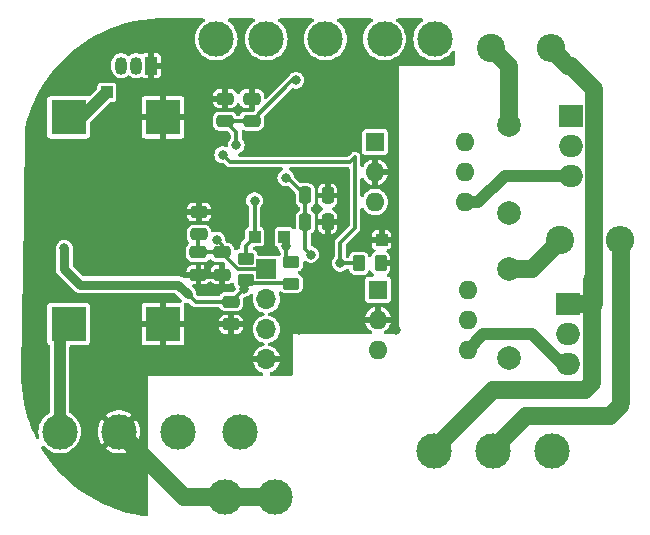
<source format=gbr>
%TF.GenerationSoftware,KiCad,Pcbnew,8.0.5-dirty*%
%TF.CreationDate,2024-11-05T15:40:08+03:00*%
%TF.ProjectId,switcher,73776974-6368-4657-922e-6b696361645f,rev?*%
%TF.SameCoordinates,Original*%
%TF.FileFunction,Copper,L2,Bot*%
%TF.FilePolarity,Positive*%
%FSLAX46Y46*%
G04 Gerber Fmt 4.6, Leading zero omitted, Abs format (unit mm)*
G04 Created by KiCad (PCBNEW 8.0.5-dirty) date 2024-11-05 15:40:08*
%MOMM*%
%LPD*%
G01*
G04 APERTURE LIST*
G04 Aperture macros list*
%AMRoundRect*
0 Rectangle with rounded corners*
0 $1 Rounding radius*
0 $2 $3 $4 $5 $6 $7 $8 $9 X,Y pos of 4 corners*
0 Add a 4 corners polygon primitive as box body*
4,1,4,$2,$3,$4,$5,$6,$7,$8,$9,$2,$3,0*
0 Add four circle primitives for the rounded corners*
1,1,$1+$1,$2,$3*
1,1,$1+$1,$4,$5*
1,1,$1+$1,$6,$7*
1,1,$1+$1,$8,$9*
0 Add four rect primitives between the rounded corners*
20,1,$1+$1,$2,$3,$4,$5,0*
20,1,$1+$1,$4,$5,$6,$7,0*
20,1,$1+$1,$6,$7,$8,$9,0*
20,1,$1+$1,$8,$9,$2,$3,0*%
G04 Aperture macros list end*
%TA.AperFunction,ComponentPad*%
%ADD10C,3.000000*%
%TD*%
%TA.AperFunction,SMDPad,CuDef*%
%ADD11RoundRect,0.250000X0.262500X0.450000X-0.262500X0.450000X-0.262500X-0.450000X0.262500X-0.450000X0*%
%TD*%
%TA.AperFunction,SMDPad,CuDef*%
%ADD12RoundRect,0.250000X0.475000X-0.250000X0.475000X0.250000X-0.475000X0.250000X-0.475000X-0.250000X0*%
%TD*%
%TA.AperFunction,ComponentPad*%
%ADD13C,2.000000*%
%TD*%
%TA.AperFunction,ComponentPad*%
%ADD14R,2.000000X1.905000*%
%TD*%
%TA.AperFunction,ComponentPad*%
%ADD15O,2.000000X1.905000*%
%TD*%
%TA.AperFunction,SMDPad,CuDef*%
%ADD16RoundRect,0.250000X-0.475000X0.250000X-0.475000X-0.250000X0.475000X-0.250000X0.475000X0.250000X0*%
%TD*%
%TA.AperFunction,ComponentPad*%
%ADD17C,2.400000*%
%TD*%
%TA.AperFunction,ComponentPad*%
%ADD18O,2.400000X2.400000*%
%TD*%
%TA.AperFunction,ComponentPad*%
%ADD19R,1.050000X1.500000*%
%TD*%
%TA.AperFunction,ComponentPad*%
%ADD20O,1.050000X1.500000*%
%TD*%
%TA.AperFunction,ComponentPad*%
%ADD21R,1.600000X1.600000*%
%TD*%
%TA.AperFunction,ComponentPad*%
%ADD22O,1.600000X1.600000*%
%TD*%
%TA.AperFunction,ComponentPad*%
%ADD23R,1.700000X1.700000*%
%TD*%
%TA.AperFunction,ComponentPad*%
%ADD24O,1.700000X1.700000*%
%TD*%
%TA.AperFunction,SMDPad,CuDef*%
%ADD25RoundRect,0.250000X-0.250000X-0.475000X0.250000X-0.475000X0.250000X0.475000X-0.250000X0.475000X0*%
%TD*%
%TA.AperFunction,SMDPad,CuDef*%
%ADD26R,1.000000X1.000000*%
%TD*%
%TA.AperFunction,SMDPad,CuDef*%
%ADD27RoundRect,0.250000X0.450000X-0.262500X0.450000X0.262500X-0.450000X0.262500X-0.450000X-0.262500X0*%
%TD*%
%TA.AperFunction,SMDPad,CuDef*%
%ADD28R,3.000000X3.000000*%
%TD*%
%TA.AperFunction,ViaPad*%
%ADD29C,0.800000*%
%TD*%
%TA.AperFunction,Conductor*%
%ADD30C,0.300000*%
%TD*%
%TA.AperFunction,Conductor*%
%ADD31C,1.500000*%
%TD*%
%TA.AperFunction,Conductor*%
%ADD32C,0.800000*%
%TD*%
%TA.AperFunction,Conductor*%
%ADD33C,0.600000*%
%TD*%
%TA.AperFunction,Conductor*%
%ADD34C,1.000000*%
%TD*%
G04 APERTURE END LIST*
D10*
%TO.P,TP11,1,1*%
%TO.N,/SW2*%
X135500000Y-61000000D03*
%TD*%
%TO.P,TP10,1,1*%
%TO.N,/SW1*%
X145500000Y-61000000D03*
%TD*%
%TO.P,TP9,1,1*%
%TO.N,GND*%
X136250000Y-99750000D03*
%TD*%
%TO.P,TP8,1,1*%
%TO.N,GND*%
X132000000Y-99750000D03*
%TD*%
%TO.P,TP7,1,1*%
%TO.N,/SW3*%
X140500000Y-61000000D03*
%TD*%
%TO.P,TP6,1,1*%
%TO.N,/SW2*%
X131250000Y-61000000D03*
%TD*%
%TO.P,TP5,1,1*%
%TO.N,/SW1*%
X149750000Y-61000000D03*
%TD*%
D11*
%TO.P,R16,1*%
%TO.N,GND*%
X145162500Y-80000000D03*
%TO.P,R16,2*%
%TO.N,/SINC*%
X143337500Y-80000000D03*
%TD*%
D10*
%TO.P,J1,1,Pin_1*%
%TO.N,/+24V*%
X118010000Y-94250000D03*
%TO.P,J1,2,Pin_2*%
%TO.N,GND*%
X123010000Y-94250000D03*
%TO.P,J1,3,Pin_3*%
%TO.N,CANL*%
X128010000Y-94250000D03*
%TO.P,J1,4,Pin_4*%
%TO.N,CANH*%
X133250000Y-94250000D03*
%TD*%
D12*
%TO.P,C14,1*%
%TO.N,+3.3V*%
X129800000Y-77550000D03*
%TO.P,C14,2*%
%TO.N,GND*%
X129800000Y-75650000D03*
%TD*%
D13*
%TO.P,C18,1*%
%TO.N,/L*%
X156000000Y-75750000D03*
%TO.P,C18,2*%
%TO.N,Net-(C18-Pad2)*%
X156000000Y-68250000D03*
%TD*%
D14*
%TO.P,Q2,1,A1*%
%TO.N,/LOAD_2*%
X161250000Y-67500000D03*
D15*
%TO.P,Q2,2,A2*%
%TO.N,/L*%
X161250000Y-70040000D03*
%TO.P,Q2,3,G*%
%TO.N,Net-(Q2-G)*%
X161250000Y-72580000D03*
%TD*%
D13*
%TO.P,C19,1*%
%TO.N,/L*%
X156000000Y-88000000D03*
%TO.P,C19,2*%
%TO.N,Net-(C19-Pad2)*%
X156000000Y-80500000D03*
%TD*%
D14*
%TO.P,Q1,1,A1*%
%TO.N,/LOAD_1*%
X161055000Y-83460000D03*
D15*
%TO.P,Q1,2,A2*%
%TO.N,/L*%
X161055000Y-86000000D03*
%TO.P,Q1,3,G*%
%TO.N,Net-(Q1-G)*%
X161055000Y-88540000D03*
%TD*%
D16*
%TO.P,C9,1*%
%TO.N,GND*%
X132000000Y-66050000D03*
%TO.P,C9,2*%
%TO.N,+3.3V*%
X132000000Y-67950000D03*
%TD*%
D17*
%TO.P,R21,1*%
%TO.N,Net-(C19-Pad2)*%
X160385000Y-78000000D03*
D18*
%TO.P,R21,2*%
%TO.N,/LOAD_2*%
X165465000Y-78000000D03*
%TD*%
D16*
%TO.P,C15,2*%
%TO.N,GND*%
X132500000Y-85150000D03*
%TO.P,C15,1*%
%TO.N,+5V*%
X132500000Y-83250000D03*
%TD*%
D19*
%TO.P,U3,1,GND*%
%TO.N,GND*%
X125750000Y-63250000D03*
D20*
%TO.P,U3,2,DQ*%
%TO.N,/OneWire*%
X124480000Y-63250000D03*
%TO.P,U3,3,V_{DD}*%
%TO.N,+3.3V*%
X123210000Y-63250000D03*
%TD*%
D12*
%TO.P,C11,1*%
%TO.N,+3.3V*%
X134250000Y-67950000D03*
%TO.P,C11,2*%
%TO.N,GND*%
X134250000Y-66050000D03*
%TD*%
D21*
%TO.P,U6,1*%
%TO.N,Net-(R17-Pad2)*%
X144700000Y-69725000D03*
D22*
%TO.P,U6,2*%
%TO.N,GND*%
X144700000Y-72265000D03*
%TO.P,U6,3,NC*%
%TO.N,unconnected-(U6-NC-Pad3)*%
X144700000Y-74805000D03*
%TO.P,U6,4*%
%TO.N,Net-(Q2-G)*%
X152320000Y-74805000D03*
%TO.P,U6,5,NC*%
%TO.N,unconnected-(U6-NC-Pad5)*%
X152320000Y-72265000D03*
%TO.P,U6,6*%
%TO.N,Net-(R18-Pad1)*%
X152320000Y-69725000D03*
%TD*%
D10*
%TO.P,J7,1,Pin_1*%
%TO.N,/LOAD_1*%
X149700000Y-95900000D03*
%TO.P,J7,2,Pin_2*%
%TO.N,/LOAD_2*%
X154700000Y-95900000D03*
%TO.P,J7,3,Pin_3*%
%TO.N,/L*%
X159700000Y-95900000D03*
%TD*%
D17*
%TO.P,R20,1*%
%TO.N,Net-(C18-Pad2)*%
X154485000Y-61750000D03*
D18*
%TO.P,R20,2*%
%TO.N,/LOAD_1*%
X159565000Y-61750000D03*
%TD*%
D21*
%TO.P,U5,1*%
%TO.N,Net-(R15-Pad2)*%
X144950000Y-82225000D03*
D22*
%TO.P,U5,2*%
%TO.N,GND*%
X144950000Y-84765000D03*
%TO.P,U5,3,NC*%
%TO.N,unconnected-(U5-NC-Pad3)*%
X144950000Y-87305000D03*
%TO.P,U5,4*%
%TO.N,Net-(Q1-G)*%
X152570000Y-87305000D03*
%TO.P,U5,5,NC*%
%TO.N,unconnected-(U5-NC-Pad5)*%
X152570000Y-84765000D03*
%TO.P,U5,6*%
%TO.N,Net-(R14-Pad1)*%
X152570000Y-82225000D03*
%TD*%
D23*
%TO.P,J4,1,Pin_1*%
%TO.N,+3.3V*%
X135500000Y-80500000D03*
D24*
%TO.P,J4,2,Pin_2*%
%TO.N,/SWDIO*%
X135500000Y-83040000D03*
%TO.P,J4,3,Pin_3*%
%TO.N,/SWCLK*%
X135500000Y-85580000D03*
%TO.P,J4,4,Pin_4*%
%TO.N,GND*%
X135500000Y-88120000D03*
%TD*%
D25*
%TO.P,C6,1*%
%TO.N,+3.3V*%
X138800000Y-76500000D03*
%TO.P,C6,2*%
%TO.N,GND*%
X140700000Y-76500000D03*
%TD*%
%TO.P,C1,1*%
%TO.N,+3.3V*%
X138800000Y-74250000D03*
%TO.P,C1,2*%
%TO.N,GND*%
X140700000Y-74250000D03*
%TD*%
D16*
%TO.P,C4,1*%
%TO.N,+3.3V*%
X129750000Y-79050000D03*
%TO.P,C4,2*%
%TO.N,GND*%
X129750000Y-80950000D03*
%TD*%
D26*
%TO.P,TP3,1,1*%
%TO.N,/SDA*%
X134500000Y-77750000D03*
%TD*%
%TO.P,TP1,1,1*%
%TO.N,+5V*%
X122000000Y-65500000D03*
%TD*%
D27*
%TO.P,R8,1*%
%TO.N,+5V*%
X133750000Y-81412500D03*
%TO.P,R8,2*%
%TO.N,/SDA*%
X133750000Y-79587500D03*
%TD*%
%TO.P,R5,1*%
%TO.N,+5V*%
X137600000Y-81712500D03*
%TO.P,R5,2*%
%TO.N,/SCL*%
X137600000Y-79887500D03*
%TD*%
D16*
%TO.P,C7,1*%
%TO.N,+3.3V*%
X131750000Y-79050000D03*
%TO.P,C7,2*%
%TO.N,GND*%
X131750000Y-80950000D03*
%TD*%
D26*
%TO.P,TP2,1,1*%
%TO.N,/SCL*%
X137000000Y-77750000D03*
%TD*%
D28*
%TO.P,D1,4,GND*%
%TO.N,GND*%
X126750000Y-67625000D03*
%TO.P,D1,3,out+*%
%TO.N,+5V*%
X118750000Y-67625000D03*
%TO.P,D1,2,GND*%
%TO.N,GND*%
X126750000Y-85125000D03*
%TO.P,D1,1,in+*%
%TO.N,/+24V*%
X118750000Y-85125000D03*
%TD*%
D26*
%TO.P,TP4,1,1*%
%TO.N,GND*%
X145250000Y-78000000D03*
%TD*%
D29*
%TO.N,GND*%
X140800000Y-68000000D03*
X146300000Y-80000000D03*
X147600000Y-62600000D03*
X145300000Y-65900000D03*
X138000000Y-70300000D03*
X143100000Y-68100000D03*
X143900000Y-62600000D03*
X139300000Y-66600000D03*
X146300000Y-76500000D03*
X146500000Y-85600000D03*
X138300000Y-85600000D03*
X137200000Y-88900000D03*
X120800000Y-87100000D03*
X130700000Y-84100000D03*
X124200000Y-83100000D03*
X120600000Y-75100000D03*
X119600000Y-79800000D03*
X116700000Y-76100000D03*
X117500000Y-70900000D03*
X122000000Y-68300000D03*
X127700000Y-65100000D03*
X127100000Y-76000000D03*
X126700000Y-72900000D03*
X129700000Y-73700000D03*
X131500000Y-73600000D03*
X133800000Y-73500000D03*
X138700000Y-72400000D03*
X139800000Y-82200000D03*
X144200000Y-76500000D03*
X141912500Y-75250000D03*
%TO.N,+5V*%
X118400000Y-78700000D03*
%TO.N,GND*%
X134000000Y-70600000D03*
X135767928Y-73304819D03*
X131800000Y-76100000D03*
X126618020Y-70300000D03*
%TO.N,/SINC*%
X131800000Y-70800000D03*
%TO.N,+3.3V*%
X132943761Y-70000000D03*
X139250000Y-79250000D03*
X138000000Y-64500000D03*
X131316371Y-78001979D03*
X137137876Y-72750000D03*
%TO.N,/SINC*%
X141750000Y-79985000D03*
%TO.N,/SDA*%
X134492850Y-74681999D03*
%TO.N,/SCL*%
X137151971Y-78545599D03*
%TO.N,+5V*%
X133609314Y-82140686D03*
%TO.N,GND*%
X130384994Y-80774997D03*
%TO.N,+5V*%
X128875000Y-82625000D03*
X119300000Y-68500000D03*
X119000000Y-67500000D03*
X118250000Y-66750000D03*
%TD*%
D30*
%TO.N,GND*%
X145162500Y-80000000D02*
X146300000Y-80000000D01*
D31*
%TO.N,/LOAD_1*%
X159565000Y-61750000D02*
X161065000Y-63250000D01*
X161065000Y-63250000D02*
X161250000Y-63250000D01*
X161250000Y-63250000D02*
X163200000Y-65200000D01*
X163200000Y-65200000D02*
X163200000Y-83460000D01*
X163200000Y-83460000D02*
X161055000Y-83460000D01*
X149700000Y-95750000D02*
X154700000Y-90750000D01*
X154700000Y-90750000D02*
X162500000Y-90750000D01*
X162500000Y-90750000D02*
X163100000Y-90150000D01*
X163100000Y-90150000D02*
X163100000Y-81415000D01*
D30*
%TO.N,/SCL*%
X137600000Y-79887500D02*
X137151971Y-79439471D01*
X137151971Y-79439471D02*
X137151971Y-77901971D01*
X137151971Y-77901971D02*
X137000000Y-77750000D01*
D32*
%TO.N,+5V*%
X118400000Y-78700000D02*
X118400000Y-80500000D01*
X118400000Y-80500000D02*
X119700000Y-81800000D01*
X119700000Y-81800000D02*
X128050000Y-81800000D01*
X128050000Y-81800000D02*
X128875000Y-82625000D01*
D30*
X132500000Y-83250000D02*
X129500000Y-83250000D01*
X129500000Y-83250000D02*
X128875000Y-82625000D01*
X132500000Y-83250000D02*
X133609314Y-82140686D01*
%TO.N,+3.3V*%
X129750000Y-79050000D02*
X129750000Y-77600000D01*
X129750000Y-77600000D02*
X129800000Y-77550000D01*
%TO.N,/SINC*%
X131800000Y-70800000D02*
X132400000Y-71400000D01*
X132400000Y-71400000D02*
X142600000Y-71400000D01*
X142600000Y-71400000D02*
X143000000Y-71000000D01*
X143000000Y-71000000D02*
X143000000Y-77000000D01*
X143000000Y-77000000D02*
X141750000Y-78250000D01*
X141750000Y-78250000D02*
X141750000Y-79985000D01*
%TO.N,+3.3V*%
X132943761Y-68893761D02*
X132943761Y-70000000D01*
X132000000Y-67950000D02*
X132943761Y-68893761D01*
X138800000Y-76500000D02*
X138800000Y-78800000D01*
X138800000Y-78800000D02*
X139250000Y-79250000D01*
X138800000Y-74250000D02*
X138800000Y-76500000D01*
X131750000Y-79050000D02*
X131750000Y-78435608D01*
X131750000Y-78435608D02*
X131316371Y-78001979D01*
%TO.N,+5V*%
X137000000Y-81662500D02*
X136962500Y-81700000D01*
X136962500Y-81700000D02*
X134050000Y-81700000D01*
X134050000Y-81700000D02*
X133609314Y-82140686D01*
D33*
%TO.N,GND*%
X130500000Y-80250000D02*
X130500000Y-80659991D01*
X130209991Y-80950000D02*
X130384994Y-80774997D01*
X129750000Y-80950000D02*
X130209991Y-80950000D01*
X130559997Y-80950000D02*
X130384994Y-80774997D01*
X131750000Y-80950000D02*
X130559997Y-80950000D01*
X130500000Y-80659991D02*
X130384994Y-80774997D01*
D34*
%TO.N,Net-(Q2-G)*%
X152320000Y-74805000D02*
X153445000Y-74805000D01*
X153445000Y-74805000D02*
X155670000Y-72580000D01*
X155670000Y-72580000D02*
X161250000Y-72580000D01*
%TO.N,Net-(Q1-G)*%
X161055000Y-88540000D02*
X160540000Y-88540000D01*
X160540000Y-88540000D02*
X158000000Y-86000000D01*
X158000000Y-86000000D02*
X153875000Y-86000000D01*
X153875000Y-86000000D02*
X152570000Y-87305000D01*
D31*
%TO.N,/LOAD_2*%
X165565000Y-78000000D02*
X165565000Y-91490021D01*
X165565000Y-91490021D02*
X165514858Y-91774391D01*
X165514858Y-91774391D02*
X165449394Y-92050606D01*
X164550000Y-92950000D02*
X157500000Y-92950000D01*
X165449394Y-92050606D02*
X164550000Y-92950000D01*
X157500000Y-92950000D02*
X154700000Y-95750000D01*
%TO.N,Net-(C19-Pad2)*%
X156000000Y-80500000D02*
X157985000Y-80500000D01*
X157985000Y-80500000D02*
X160485000Y-78000000D01*
%TO.N,GND*%
X132000000Y-99750000D02*
X136250000Y-99750000D01*
X132000000Y-99750000D02*
X128510000Y-99750000D01*
X128510000Y-99750000D02*
X123010000Y-94250000D01*
%TO.N,/LOAD_1*%
X161015000Y-83500000D02*
X161055000Y-83460000D01*
%TO.N,Net-(C18-Pad2)*%
X156000000Y-68250000D02*
X156000000Y-63265000D01*
X156000000Y-63265000D02*
X154485000Y-61750000D01*
D30*
%TO.N,+3.3V*%
X134250000Y-67950000D02*
X137700000Y-64500000D01*
X137700000Y-64500000D02*
X138000000Y-64500000D01*
X132000000Y-67950000D02*
X134250000Y-67950000D01*
X138800000Y-74250000D02*
X137300000Y-72750000D01*
X137300000Y-72750000D02*
X137137876Y-72750000D01*
%TO.N,/SINC*%
X143337500Y-80000000D02*
X141765000Y-80000000D01*
X141765000Y-80000000D02*
X141750000Y-79985000D01*
%TO.N,/SDA*%
X134500000Y-77750000D02*
X134500000Y-74689149D01*
X134500000Y-74689149D02*
X134492850Y-74681999D01*
X133750000Y-79587500D02*
X133750000Y-78500000D01*
X133750000Y-78500000D02*
X134500000Y-77750000D01*
%TO.N,+3.3V*%
X129750000Y-79050000D02*
X131750000Y-79050000D01*
X135500000Y-80500000D02*
X133094544Y-80500000D01*
X133094544Y-80500000D02*
X131750000Y-79155456D01*
X131750000Y-79155456D02*
X131750000Y-79050000D01*
D33*
%TO.N,GND*%
X131750000Y-80950000D02*
X129750000Y-80950000D01*
%TO.N,+5V*%
X133750000Y-81412500D02*
X133750000Y-81750000D01*
D34*
X118750000Y-67625000D02*
X119875000Y-67625000D01*
X119875000Y-67625000D02*
X122000000Y-65500000D01*
%TO.N,/+24V*%
X118010000Y-94250000D02*
X118010000Y-85865000D01*
X118010000Y-85865000D02*
X118750000Y-85125000D01*
%TD*%
%TA.AperFunction,Conductor*%
%TO.N,GND*%
G36*
X130212004Y-59269962D02*
G01*
X130266542Y-59324500D01*
X130286504Y-59399000D01*
X130266542Y-59473500D01*
X130221438Y-59522108D01*
X130194781Y-59540283D01*
X130124259Y-59588364D01*
X129926438Y-59771915D01*
X129758189Y-59982892D01*
X129758184Y-59982900D01*
X129623257Y-60216601D01*
X129623255Y-60216606D01*
X129524665Y-60467805D01*
X129524663Y-60467812D01*
X129464618Y-60730886D01*
X129464615Y-60730909D01*
X129444451Y-60999994D01*
X129444451Y-61000005D01*
X129464615Y-61269090D01*
X129464618Y-61269113D01*
X129524663Y-61532187D01*
X129524665Y-61532194D01*
X129623255Y-61783393D01*
X129623257Y-61783398D01*
X129758185Y-62017102D01*
X129926439Y-62228085D01*
X130124259Y-62411635D01*
X130347226Y-62563651D01*
X130590359Y-62680738D01*
X130848228Y-62760280D01*
X131115071Y-62800500D01*
X131115074Y-62800500D01*
X131384926Y-62800500D01*
X131384929Y-62800500D01*
X131651772Y-62760280D01*
X131909641Y-62680738D01*
X132152775Y-62563651D01*
X132375741Y-62411635D01*
X132573561Y-62228085D01*
X132741815Y-62017102D01*
X132876743Y-61783398D01*
X132975334Y-61532195D01*
X132975336Y-61532187D01*
X133035381Y-61269113D01*
X133035381Y-61269110D01*
X133035383Y-61269103D01*
X133055549Y-61000000D01*
X133035383Y-60730897D01*
X133035381Y-60730891D01*
X133035381Y-60730886D01*
X132975336Y-60467812D01*
X132975334Y-60467805D01*
X132937066Y-60370302D01*
X132876743Y-60216602D01*
X132741815Y-59982898D01*
X132573561Y-59771915D01*
X132375741Y-59588365D01*
X132278562Y-59522109D01*
X132228253Y-59463649D01*
X132213914Y-59387865D01*
X132239388Y-59315065D01*
X132297848Y-59264756D01*
X132362497Y-59250000D01*
X134387504Y-59250000D01*
X134462004Y-59269962D01*
X134516542Y-59324500D01*
X134536504Y-59399000D01*
X134516542Y-59473500D01*
X134471438Y-59522108D01*
X134444781Y-59540283D01*
X134374259Y-59588364D01*
X134176438Y-59771915D01*
X134008189Y-59982892D01*
X134008184Y-59982900D01*
X133873257Y-60216601D01*
X133873255Y-60216606D01*
X133774665Y-60467805D01*
X133774663Y-60467812D01*
X133714618Y-60730886D01*
X133714615Y-60730909D01*
X133694451Y-60999994D01*
X133694451Y-61000005D01*
X133714615Y-61269090D01*
X133714618Y-61269113D01*
X133774663Y-61532187D01*
X133774665Y-61532194D01*
X133873255Y-61783393D01*
X133873257Y-61783398D01*
X134008185Y-62017102D01*
X134176439Y-62228085D01*
X134374259Y-62411635D01*
X134597226Y-62563651D01*
X134840359Y-62680738D01*
X135098228Y-62760280D01*
X135365071Y-62800500D01*
X135365074Y-62800500D01*
X135634926Y-62800500D01*
X135634929Y-62800500D01*
X135901772Y-62760280D01*
X136159641Y-62680738D01*
X136402775Y-62563651D01*
X136625741Y-62411635D01*
X136823561Y-62228085D01*
X136991815Y-62017102D01*
X137126743Y-61783398D01*
X137225334Y-61532195D01*
X137225336Y-61532187D01*
X137285381Y-61269113D01*
X137285381Y-61269110D01*
X137285383Y-61269103D01*
X137305549Y-61000000D01*
X137285383Y-60730897D01*
X137285381Y-60730891D01*
X137285381Y-60730886D01*
X137225336Y-60467812D01*
X137225334Y-60467805D01*
X137187066Y-60370302D01*
X137126743Y-60216602D01*
X136991815Y-59982898D01*
X136823561Y-59771915D01*
X136625741Y-59588365D01*
X136528562Y-59522109D01*
X136478253Y-59463649D01*
X136463914Y-59387865D01*
X136489388Y-59315065D01*
X136547848Y-59264756D01*
X136612497Y-59250000D01*
X139387504Y-59250000D01*
X139462004Y-59269962D01*
X139516542Y-59324500D01*
X139536504Y-59399000D01*
X139516542Y-59473500D01*
X139471438Y-59522108D01*
X139444781Y-59540283D01*
X139374259Y-59588364D01*
X139176438Y-59771915D01*
X139008189Y-59982892D01*
X139008184Y-59982900D01*
X138873257Y-60216601D01*
X138873255Y-60216606D01*
X138774665Y-60467805D01*
X138774663Y-60467812D01*
X138714618Y-60730886D01*
X138714615Y-60730909D01*
X138694451Y-60999994D01*
X138694451Y-61000005D01*
X138714615Y-61269090D01*
X138714618Y-61269113D01*
X138774663Y-61532187D01*
X138774665Y-61532194D01*
X138873255Y-61783393D01*
X138873257Y-61783398D01*
X139008185Y-62017102D01*
X139176439Y-62228085D01*
X139374259Y-62411635D01*
X139597226Y-62563651D01*
X139840359Y-62680738D01*
X140098228Y-62760280D01*
X140365071Y-62800500D01*
X140365074Y-62800500D01*
X140634926Y-62800500D01*
X140634929Y-62800500D01*
X140901772Y-62760280D01*
X141159641Y-62680738D01*
X141402775Y-62563651D01*
X141625741Y-62411635D01*
X141823561Y-62228085D01*
X141991815Y-62017102D01*
X142126743Y-61783398D01*
X142225334Y-61532195D01*
X142225336Y-61532187D01*
X142285381Y-61269113D01*
X142285381Y-61269110D01*
X142285383Y-61269103D01*
X142305549Y-61000000D01*
X142285383Y-60730897D01*
X142285381Y-60730891D01*
X142285381Y-60730886D01*
X142225336Y-60467812D01*
X142225334Y-60467805D01*
X142187066Y-60370302D01*
X142126743Y-60216602D01*
X141991815Y-59982898D01*
X141823561Y-59771915D01*
X141625741Y-59588365D01*
X141528562Y-59522109D01*
X141478253Y-59463649D01*
X141463914Y-59387865D01*
X141489388Y-59315065D01*
X141547848Y-59264756D01*
X141612497Y-59250000D01*
X144387504Y-59250000D01*
X144462004Y-59269962D01*
X144516542Y-59324500D01*
X144536504Y-59399000D01*
X144516542Y-59473500D01*
X144471438Y-59522108D01*
X144444781Y-59540283D01*
X144374259Y-59588364D01*
X144176438Y-59771915D01*
X144008189Y-59982892D01*
X144008184Y-59982900D01*
X143873257Y-60216601D01*
X143873255Y-60216606D01*
X143774665Y-60467805D01*
X143774663Y-60467812D01*
X143714618Y-60730886D01*
X143714615Y-60730909D01*
X143694451Y-60999994D01*
X143694451Y-61000005D01*
X143714615Y-61269090D01*
X143714618Y-61269113D01*
X143774663Y-61532187D01*
X143774665Y-61532194D01*
X143873255Y-61783393D01*
X143873257Y-61783398D01*
X144008185Y-62017102D01*
X144176439Y-62228085D01*
X144374259Y-62411635D01*
X144597226Y-62563651D01*
X144840359Y-62680738D01*
X145098228Y-62760280D01*
X145365071Y-62800500D01*
X145365074Y-62800500D01*
X145634926Y-62800500D01*
X145634929Y-62800500D01*
X145901772Y-62760280D01*
X146159641Y-62680738D01*
X146402775Y-62563651D01*
X146625741Y-62411635D01*
X146823561Y-62228085D01*
X146991815Y-62017102D01*
X147126743Y-61783398D01*
X147225334Y-61532195D01*
X147225336Y-61532187D01*
X147285381Y-61269113D01*
X147285381Y-61269110D01*
X147285383Y-61269103D01*
X147305549Y-61000000D01*
X147285383Y-60730897D01*
X147285381Y-60730891D01*
X147285381Y-60730886D01*
X147225336Y-60467812D01*
X147225334Y-60467805D01*
X147187066Y-60370302D01*
X147126743Y-60216602D01*
X146991815Y-59982898D01*
X146823561Y-59771915D01*
X146625741Y-59588365D01*
X146528562Y-59522109D01*
X146478253Y-59463649D01*
X146463914Y-59387865D01*
X146489388Y-59315065D01*
X146547848Y-59264756D01*
X146612497Y-59250000D01*
X148637504Y-59250000D01*
X148712004Y-59269962D01*
X148766542Y-59324500D01*
X148786504Y-59399000D01*
X148766542Y-59473500D01*
X148721438Y-59522108D01*
X148694781Y-59540283D01*
X148624259Y-59588364D01*
X148426438Y-59771915D01*
X148258189Y-59982892D01*
X148258184Y-59982900D01*
X148123257Y-60216601D01*
X148123255Y-60216606D01*
X148024665Y-60467805D01*
X148024663Y-60467812D01*
X147964618Y-60730886D01*
X147964615Y-60730909D01*
X147944451Y-60999994D01*
X147944451Y-61000005D01*
X147964615Y-61269090D01*
X147964618Y-61269113D01*
X148024663Y-61532187D01*
X148024665Y-61532194D01*
X148123255Y-61783393D01*
X148123257Y-61783398D01*
X148258185Y-62017102D01*
X148426439Y-62228085D01*
X148624259Y-62411635D01*
X148847226Y-62563651D01*
X149090359Y-62680738D01*
X149348228Y-62760280D01*
X149615071Y-62800500D01*
X149615074Y-62800500D01*
X149884926Y-62800500D01*
X149884929Y-62800500D01*
X150151772Y-62760280D01*
X150409641Y-62680738D01*
X150652775Y-62563651D01*
X150875741Y-62411635D01*
X151073561Y-62228085D01*
X151234508Y-62026263D01*
X151296564Y-61980465D01*
X151373207Y-61971829D01*
X151443900Y-62002672D01*
X151489700Y-62064729D01*
X151500000Y-62119165D01*
X151500000Y-63101000D01*
X151480038Y-63175500D01*
X151425500Y-63230038D01*
X151351000Y-63250000D01*
X146750000Y-63250000D01*
X146750000Y-85851000D01*
X146730038Y-85925500D01*
X146675500Y-85980038D01*
X146601000Y-86000000D01*
X145568627Y-86000000D01*
X145494127Y-85980038D01*
X145439589Y-85925500D01*
X145419627Y-85851000D01*
X145439589Y-85776500D01*
X145490188Y-85724318D01*
X145615735Y-85646581D01*
X145766394Y-85509237D01*
X145889247Y-85346554D01*
X145980113Y-85164069D01*
X146022528Y-85015000D01*
X145265686Y-85015000D01*
X145270080Y-85010606D01*
X145322741Y-84919394D01*
X145350000Y-84817661D01*
X145350000Y-84712339D01*
X145322741Y-84610606D01*
X145270080Y-84519394D01*
X145265686Y-84515000D01*
X146022528Y-84515000D01*
X145980113Y-84365930D01*
X145889247Y-84183445D01*
X145766394Y-84020762D01*
X145615735Y-83883418D01*
X145442417Y-83776103D01*
X145442410Y-83776099D01*
X145252322Y-83702459D01*
X145200000Y-83692678D01*
X145200000Y-84449314D01*
X145195606Y-84444920D01*
X145104394Y-84392259D01*
X145002661Y-84365000D01*
X144897339Y-84365000D01*
X144795606Y-84392259D01*
X144704394Y-84444920D01*
X144700000Y-84449314D01*
X144700000Y-83692678D01*
X144699999Y-83692678D01*
X144647678Y-83702459D01*
X144647676Y-83702459D01*
X144457589Y-83776099D01*
X144457582Y-83776103D01*
X144284264Y-83883418D01*
X144133605Y-84020762D01*
X144010752Y-84183445D01*
X143919886Y-84365930D01*
X143877471Y-84515000D01*
X144634314Y-84515000D01*
X144629920Y-84519394D01*
X144577259Y-84610606D01*
X144550000Y-84712339D01*
X144550000Y-84817661D01*
X144577259Y-84919394D01*
X144629920Y-85010606D01*
X144634314Y-85015000D01*
X143877472Y-85015000D01*
X143919886Y-85164069D01*
X144010752Y-85346554D01*
X144133605Y-85509237D01*
X144284264Y-85646581D01*
X144409812Y-85724318D01*
X144462644Y-85780509D01*
X144480302Y-85855589D01*
X144458055Y-85929439D01*
X144401864Y-85982271D01*
X144331373Y-86000000D01*
X137750000Y-86000000D01*
X137750000Y-89351000D01*
X137730038Y-89425500D01*
X137675500Y-89480038D01*
X137601000Y-89500000D01*
X135918354Y-89500000D01*
X135843854Y-89480038D01*
X135789316Y-89425500D01*
X135769354Y-89351000D01*
X135789316Y-89276500D01*
X135843854Y-89221962D01*
X135864529Y-89212062D01*
X136014790Y-89153850D01*
X136014793Y-89153848D01*
X136196000Y-89041650D01*
X136353501Y-88898068D01*
X136481935Y-88727996D01*
X136576938Y-88537203D01*
X136624512Y-88370000D01*
X135933012Y-88370000D01*
X135965925Y-88312993D01*
X136000000Y-88185826D01*
X136000000Y-88054174D01*
X135965925Y-87927007D01*
X135933012Y-87870000D01*
X136624512Y-87870000D01*
X136576938Y-87702796D01*
X136481935Y-87512003D01*
X136353501Y-87341931D01*
X136196000Y-87198349D01*
X136014793Y-87086151D01*
X136014790Y-87086149D01*
X135816066Y-87009163D01*
X135749486Y-86996717D01*
X135679923Y-86963405D01*
X135636336Y-86899774D01*
X135630403Y-86822874D01*
X135663715Y-86753311D01*
X135727346Y-86709724D01*
X135749483Y-86703792D01*
X135816198Y-86691321D01*
X136015019Y-86614298D01*
X136196302Y-86502052D01*
X136353872Y-86358407D01*
X136482366Y-86188255D01*
X136577405Y-85997389D01*
X136635756Y-85792310D01*
X136646895Y-85672096D01*
X136655429Y-85580004D01*
X136655429Y-85579995D01*
X136635756Y-85367694D01*
X136635756Y-85367690D01*
X136577405Y-85162611D01*
X136482366Y-84971745D01*
X136482364Y-84971743D01*
X136482363Y-84971740D01*
X136353872Y-84801593D01*
X136196302Y-84657948D01*
X136196301Y-84657947D01*
X136015022Y-84545703D01*
X136015016Y-84545700D01*
X135816204Y-84468681D01*
X135816200Y-84468680D01*
X135816198Y-84468679D01*
X135750846Y-84456462D01*
X135681284Y-84423151D01*
X135637696Y-84359521D01*
X135631763Y-84282621D01*
X135665075Y-84213058D01*
X135728705Y-84169470D01*
X135750843Y-84163537D01*
X135816198Y-84151321D01*
X136015019Y-84074298D01*
X136196302Y-83962052D01*
X136353872Y-83818407D01*
X136482366Y-83648255D01*
X136577405Y-83457389D01*
X136635756Y-83252310D01*
X136646685Y-83134360D01*
X136655429Y-83040004D01*
X136655429Y-83039995D01*
X136638856Y-82861148D01*
X136635756Y-82827690D01*
X136577405Y-82622611D01*
X136548296Y-82564153D01*
X136532960Y-82488567D01*
X136557471Y-82415437D01*
X136615263Y-82364360D01*
X136690850Y-82349023D01*
X136763980Y-82373534D01*
X136771701Y-82379011D01*
X136877658Y-82459361D01*
X137018436Y-82514877D01*
X137106898Y-82525500D01*
X137106899Y-82525500D01*
X138093101Y-82525500D01*
X138093102Y-82525500D01*
X138181564Y-82514877D01*
X138322342Y-82459361D01*
X138442922Y-82367922D01*
X138534361Y-82247342D01*
X138589877Y-82106564D01*
X138600500Y-82018102D01*
X138600500Y-81406898D01*
X138589877Y-81318436D01*
X138534361Y-81177658D01*
X138496604Y-81127868D01*
X138442923Y-81057079D01*
X138442920Y-81057076D01*
X138322343Y-80965640D01*
X138322342Y-80965639D01*
X138253800Y-80938609D01*
X138191821Y-80892711D01*
X138161093Y-80821968D01*
X138169853Y-80745339D01*
X138215754Y-80683356D01*
X138253798Y-80661391D01*
X138322342Y-80634361D01*
X138442922Y-80542922D01*
X138534361Y-80422342D01*
X138589877Y-80281564D01*
X138600500Y-80193102D01*
X138600500Y-79941515D01*
X138620462Y-79867015D01*
X138675000Y-79812477D01*
X138749500Y-79792515D01*
X138824000Y-79812477D01*
X138848308Y-79829989D01*
X138849148Y-79830734D01*
X138999775Y-79909790D01*
X139164944Y-79950500D01*
X139335056Y-79950500D01*
X139500225Y-79909790D01*
X139650852Y-79830734D01*
X139778183Y-79717929D01*
X139874818Y-79577930D01*
X139935140Y-79418872D01*
X139955645Y-79250000D01*
X139935140Y-79081128D01*
X139929265Y-79065638D01*
X139874818Y-78922070D01*
X139839251Y-78870543D01*
X139778183Y-78782071D01*
X139778180Y-78782068D01*
X139778179Y-78782067D01*
X139676318Y-78691827D01*
X139650853Y-78669267D01*
X139650854Y-78669267D01*
X139500225Y-78590210D01*
X139363841Y-78556594D01*
X139296284Y-78519383D01*
X139256383Y-78453378D01*
X139250500Y-78411924D01*
X139250500Y-77586915D01*
X139270462Y-77512415D01*
X139315573Y-77467303D01*
X139314221Y-77465519D01*
X139322342Y-77459361D01*
X139442922Y-77367922D01*
X139534361Y-77247342D01*
X139589877Y-77106564D01*
X139600500Y-77018102D01*
X139600500Y-77018060D01*
X139900000Y-77018060D01*
X139910613Y-77106443D01*
X139966079Y-77247096D01*
X140057433Y-77367562D01*
X140057437Y-77367566D01*
X140177904Y-77458920D01*
X140177903Y-77458920D01*
X140318556Y-77514386D01*
X140406939Y-77524999D01*
X140406941Y-77525000D01*
X140450000Y-77525000D01*
X140950000Y-77525000D01*
X140993059Y-77525000D01*
X140993060Y-77524999D01*
X141081443Y-77514386D01*
X141222096Y-77458920D01*
X141342562Y-77367566D01*
X141342566Y-77367562D01*
X141433920Y-77247096D01*
X141489386Y-77106443D01*
X141499999Y-77018060D01*
X141500000Y-77018058D01*
X141500000Y-76750000D01*
X140950000Y-76750000D01*
X140950000Y-77525000D01*
X140450000Y-77525000D01*
X140450000Y-76750000D01*
X139900000Y-76750000D01*
X139900000Y-77018060D01*
X139600500Y-77018060D01*
X139600500Y-75981898D01*
X139589877Y-75893436D01*
X139534361Y-75752658D01*
X139484559Y-75686984D01*
X139442923Y-75632079D01*
X139442920Y-75632076D01*
X139322922Y-75541079D01*
X139322342Y-75540639D01*
X139322341Y-75540638D01*
X139314221Y-75534481D01*
X139315743Y-75532473D01*
X139271318Y-75489047D01*
X139250510Y-75414779D01*
X139250500Y-75413085D01*
X139250500Y-75336915D01*
X139270462Y-75262415D01*
X139315573Y-75217303D01*
X139314221Y-75215519D01*
X139322922Y-75208921D01*
X139442922Y-75117922D01*
X139534361Y-74997342D01*
X139589877Y-74856564D01*
X139600500Y-74768102D01*
X139600500Y-74768060D01*
X139900000Y-74768060D01*
X139910613Y-74856443D01*
X139966079Y-74997096D01*
X140057433Y-75117562D01*
X140057437Y-75117566D01*
X140177904Y-75208920D01*
X140177903Y-75208920D01*
X140247557Y-75236388D01*
X140309539Y-75282289D01*
X140340268Y-75353032D01*
X140331508Y-75429661D01*
X140285607Y-75491643D01*
X140247557Y-75513612D01*
X140177903Y-75541079D01*
X140057437Y-75632433D01*
X140057433Y-75632437D01*
X139966079Y-75752903D01*
X139910613Y-75893556D01*
X139900000Y-75981939D01*
X139900000Y-76250000D01*
X141500000Y-76250000D01*
X141500000Y-75981941D01*
X141499999Y-75981939D01*
X141489386Y-75893556D01*
X141433920Y-75752903D01*
X141342566Y-75632437D01*
X141342562Y-75632433D01*
X141222095Y-75541079D01*
X141222094Y-75541078D01*
X141152443Y-75513612D01*
X141090460Y-75467711D01*
X141059731Y-75396969D01*
X141068491Y-75320340D01*
X141114392Y-75258357D01*
X141152443Y-75236388D01*
X141222094Y-75208921D01*
X141222095Y-75208920D01*
X141342562Y-75117566D01*
X141342566Y-75117562D01*
X141433920Y-74997096D01*
X141489386Y-74856443D01*
X141499999Y-74768060D01*
X141500000Y-74768058D01*
X141500000Y-74500000D01*
X139900000Y-74500000D01*
X139900000Y-74768060D01*
X139600500Y-74768060D01*
X139600500Y-73731939D01*
X139900000Y-73731939D01*
X139900000Y-74000000D01*
X140450000Y-74000000D01*
X140950000Y-74000000D01*
X141500000Y-74000000D01*
X141500000Y-73731941D01*
X141499999Y-73731939D01*
X141489386Y-73643556D01*
X141433920Y-73502903D01*
X141342566Y-73382437D01*
X141342562Y-73382433D01*
X141222095Y-73291079D01*
X141222096Y-73291079D01*
X141081443Y-73235613D01*
X140993060Y-73225000D01*
X140950000Y-73225000D01*
X140950000Y-74000000D01*
X140450000Y-74000000D01*
X140450000Y-73225000D01*
X140406939Y-73225000D01*
X140318556Y-73235613D01*
X140177903Y-73291079D01*
X140057437Y-73382433D01*
X140057433Y-73382437D01*
X139966079Y-73502903D01*
X139910613Y-73643556D01*
X139900000Y-73731939D01*
X139600500Y-73731939D01*
X139600500Y-73731898D01*
X139589877Y-73643436D01*
X139534361Y-73502658D01*
X139490172Y-73444386D01*
X139442923Y-73382079D01*
X139442920Y-73382076D01*
X139383900Y-73337320D01*
X139322342Y-73290639D01*
X139322341Y-73290638D01*
X139181563Y-73235122D01*
X139093105Y-73224500D01*
X139093102Y-73224500D01*
X138506898Y-73224500D01*
X138506890Y-73224500D01*
X138493728Y-73226081D01*
X138417379Y-73215143D01*
X138370606Y-73183503D01*
X137866944Y-72679841D01*
X137828380Y-72613046D01*
X137824390Y-72592451D01*
X137823016Y-72581128D01*
X137762694Y-72422070D01*
X137666059Y-72282071D01*
X137666056Y-72282068D01*
X137666055Y-72282067D01*
X137538731Y-72169268D01*
X137538729Y-72169267D01*
X137538728Y-72169266D01*
X137466641Y-72131431D01*
X137409954Y-72079135D01*
X137387009Y-72005499D01*
X137403955Y-71930255D01*
X137456253Y-71873566D01*
X137529889Y-71850621D01*
X137535888Y-71850500D01*
X142400500Y-71850500D01*
X142475000Y-71870462D01*
X142529538Y-71925000D01*
X142549500Y-71999500D01*
X142549500Y-76751679D01*
X142529538Y-76826179D01*
X142505859Y-76857038D01*
X141389508Y-77973389D01*
X141330201Y-78076111D01*
X141330202Y-78076111D01*
X141330201Y-78076113D01*
X141330201Y-78076114D01*
X141320006Y-78114161D01*
X141299500Y-78190689D01*
X141299500Y-79381190D01*
X141279538Y-79455690D01*
X141249306Y-79492717D01*
X141240522Y-79500500D01*
X141221817Y-79517071D01*
X141125181Y-79657070D01*
X141064860Y-79816125D01*
X141044355Y-79985000D01*
X141064860Y-80153874D01*
X141125181Y-80312929D01*
X141125182Y-80312930D01*
X141221817Y-80452929D01*
X141221819Y-80452930D01*
X141221820Y-80452932D01*
X141267113Y-80493058D01*
X141323398Y-80542922D01*
X141349146Y-80565732D01*
X141349148Y-80565734D01*
X141499775Y-80644790D01*
X141664944Y-80685500D01*
X141835056Y-80685500D01*
X142000225Y-80644790D01*
X142150852Y-80565734D01*
X142179993Y-80539916D01*
X142238628Y-80487972D01*
X142307629Y-80453511D01*
X142337433Y-80450500D01*
X142387207Y-80450500D01*
X142461707Y-80470462D01*
X142516245Y-80525000D01*
X142532061Y-80572484D01*
X142532782Y-80572302D01*
X142535122Y-80581563D01*
X142590638Y-80722341D01*
X142590639Y-80722342D01*
X142682078Y-80842922D01*
X142802658Y-80934361D01*
X142943436Y-80989877D01*
X143031898Y-81000500D01*
X143031899Y-81000500D01*
X143643101Y-81000500D01*
X143643102Y-81000500D01*
X143731564Y-80989877D01*
X143772178Y-80973860D01*
X143848804Y-80965100D01*
X143911610Y-80992379D01*
X143922173Y-80920721D01*
X143968903Y-80861136D01*
X143992922Y-80842922D01*
X144084361Y-80722342D01*
X144111658Y-80653120D01*
X144157557Y-80591141D01*
X144228299Y-80560412D01*
X144304928Y-80569172D01*
X144366911Y-80615073D01*
X144388880Y-80653123D01*
X144416079Y-80722095D01*
X144507433Y-80842562D01*
X144507436Y-80842565D01*
X144526176Y-80856776D01*
X144573476Y-80917697D01*
X144583979Y-80994107D01*
X144554869Y-81065531D01*
X144493948Y-81112831D01*
X144436145Y-81124500D01*
X144105132Y-81124500D01*
X144076098Y-81127868D01*
X143999795Y-81116621D01*
X143969422Y-81092561D01*
X143974210Y-81134438D01*
X143943483Y-81205181D01*
X143932198Y-81217830D01*
X143897793Y-81252234D01*
X143852416Y-81355005D01*
X143852415Y-81355008D01*
X143852415Y-81355009D01*
X143849500Y-81380135D01*
X143849500Y-81380136D01*
X143849500Y-81380140D01*
X143849500Y-83069866D01*
X143852414Y-83094989D01*
X143852415Y-83094992D01*
X143897793Y-83197764D01*
X143897794Y-83197765D01*
X143977235Y-83277206D01*
X144080009Y-83322585D01*
X144105135Y-83325500D01*
X145794864Y-83325499D01*
X145794866Y-83325499D01*
X145807427Y-83324042D01*
X145819991Y-83322585D01*
X145922765Y-83277206D01*
X146002206Y-83197765D01*
X146047585Y-83094991D01*
X146050500Y-83069865D01*
X146050499Y-81380136D01*
X146047585Y-81355009D01*
X146002206Y-81252235D01*
X145922765Y-81172794D01*
X145812466Y-81124092D01*
X145752377Y-81075738D01*
X145724516Y-81003819D01*
X145736347Y-80927603D01*
X145782620Y-80869064D01*
X145817563Y-80842565D01*
X145817566Y-80842562D01*
X145908920Y-80722096D01*
X145964386Y-80581443D01*
X145974999Y-80493060D01*
X145975000Y-80493058D01*
X145975000Y-80250000D01*
X145061500Y-80250000D01*
X144987000Y-80230038D01*
X144932462Y-80175500D01*
X144912500Y-80101000D01*
X144912500Y-79899000D01*
X144932462Y-79824500D01*
X144987000Y-79769962D01*
X145061500Y-79750000D01*
X145975000Y-79750000D01*
X145975000Y-79506941D01*
X145974999Y-79506939D01*
X145964386Y-79418556D01*
X145908920Y-79277903D01*
X145817566Y-79157437D01*
X145817562Y-79157433D01*
X145699262Y-79067722D01*
X145651962Y-79006800D01*
X145641461Y-78930391D01*
X145670571Y-78858967D01*
X145731493Y-78811667D01*
X145789294Y-78799999D01*
X145794795Y-78799999D01*
X145819874Y-78797090D01*
X145922477Y-78751787D01*
X145922478Y-78751787D01*
X146001786Y-78672478D01*
X146047091Y-78569871D01*
X146050000Y-78544795D01*
X146050000Y-78250000D01*
X144450001Y-78250000D01*
X144450001Y-78544794D01*
X144452909Y-78569874D01*
X144498212Y-78672477D01*
X144577522Y-78751787D01*
X144651002Y-78784231D01*
X144711092Y-78832584D01*
X144738954Y-78904504D01*
X144727124Y-78980719D01*
X144678771Y-79040809D01*
X144645481Y-79059147D01*
X144627907Y-79066077D01*
X144627904Y-79066079D01*
X144507437Y-79157433D01*
X144507433Y-79157437D01*
X144416079Y-79277904D01*
X144416077Y-79277907D01*
X144388879Y-79346877D01*
X144342978Y-79408859D01*
X144272235Y-79439587D01*
X144195606Y-79430826D01*
X144133624Y-79384925D01*
X144111659Y-79346882D01*
X144084361Y-79277658D01*
X143992922Y-79157078D01*
X143992920Y-79157076D01*
X143898035Y-79085123D01*
X143872342Y-79065639D01*
X143872341Y-79065638D01*
X143731563Y-79010122D01*
X143643105Y-78999500D01*
X143643102Y-78999500D01*
X143031898Y-78999500D01*
X143031894Y-78999500D01*
X142943436Y-79010122D01*
X142802658Y-79065638D01*
X142802658Y-79065639D01*
X142682079Y-79157076D01*
X142682076Y-79157079D01*
X142590639Y-79277658D01*
X142590638Y-79277658D01*
X142535122Y-79418436D01*
X142532782Y-79427698D01*
X142531491Y-79427371D01*
X142506446Y-79489848D01*
X142445797Y-79537497D01*
X142387207Y-79549500D01*
X142371295Y-79549500D01*
X142296795Y-79529538D01*
X142272489Y-79512027D01*
X142266748Y-79506941D01*
X142250693Y-79492717D01*
X142208168Y-79428373D01*
X142200500Y-79381191D01*
X142200500Y-78498320D01*
X142220462Y-78423820D01*
X142244137Y-78392965D01*
X143181899Y-77455204D01*
X144450000Y-77455204D01*
X144450000Y-77750000D01*
X145000000Y-77750000D01*
X145500000Y-77750000D01*
X146049999Y-77750000D01*
X146049999Y-77455205D01*
X146047090Y-77430125D01*
X146001787Y-77327522D01*
X145922478Y-77248213D01*
X145819871Y-77202908D01*
X145794796Y-77200000D01*
X145500000Y-77200000D01*
X145500000Y-77750000D01*
X145000000Y-77750000D01*
X145000000Y-77200000D01*
X144705205Y-77200000D01*
X144680125Y-77202909D01*
X144577522Y-77248212D01*
X144577522Y-77248213D01*
X144498213Y-77327521D01*
X144452908Y-77430128D01*
X144450000Y-77455204D01*
X143181899Y-77455204D01*
X143360489Y-77276614D01*
X143375422Y-77250749D01*
X143419797Y-77173891D01*
X143419797Y-77173889D01*
X143419799Y-77173887D01*
X143437838Y-77106564D01*
X143450500Y-77059309D01*
X143450500Y-75398113D01*
X143470462Y-75323613D01*
X143525000Y-75269075D01*
X143599500Y-75249113D01*
X143674000Y-75269075D01*
X143728538Y-75323613D01*
X143732875Y-75331690D01*
X143760327Y-75386821D01*
X143883236Y-75549579D01*
X144033958Y-75686980D01*
X144033963Y-75686984D01*
X144207356Y-75794344D01*
X144207367Y-75794350D01*
X144323332Y-75839274D01*
X144397544Y-75868024D01*
X144598024Y-75905500D01*
X144598027Y-75905500D01*
X144801973Y-75905500D01*
X144801976Y-75905500D01*
X145002456Y-75868024D01*
X145192637Y-75794348D01*
X145366041Y-75686981D01*
X145516764Y-75549579D01*
X145639673Y-75386821D01*
X145730582Y-75204250D01*
X145786397Y-75008083D01*
X145800448Y-74856443D01*
X145805215Y-74805004D01*
X145805215Y-74804995D01*
X145794760Y-74692176D01*
X145786397Y-74601917D01*
X145730582Y-74405750D01*
X145639673Y-74223179D01*
X145638071Y-74221058D01*
X145554021Y-74109757D01*
X145516764Y-74060421D01*
X145366041Y-73923019D01*
X145366036Y-73923015D01*
X145192643Y-73815655D01*
X145192632Y-73815649D01*
X145002462Y-73741978D01*
X145002458Y-73741977D01*
X145002456Y-73741976D01*
X144962360Y-73734480D01*
X144801980Y-73704500D01*
X144801976Y-73704500D01*
X144598024Y-73704500D01*
X144598019Y-73704500D01*
X144397544Y-73741976D01*
X144397537Y-73741978D01*
X144207367Y-73815649D01*
X144207356Y-73815655D01*
X144033963Y-73923015D01*
X144033958Y-73923019D01*
X143883234Y-74060423D01*
X143760325Y-74223180D01*
X143732879Y-74278301D01*
X143681802Y-74336093D01*
X143608672Y-74360603D01*
X143533085Y-74345265D01*
X143475293Y-74294188D01*
X143450783Y-74221058D01*
X143450500Y-74211886D01*
X143450500Y-72856990D01*
X143470462Y-72782490D01*
X143525000Y-72727952D01*
X143599500Y-72707990D01*
X143674000Y-72727952D01*
X143728538Y-72782490D01*
X143732880Y-72790576D01*
X143760754Y-72846556D01*
X143883605Y-73009237D01*
X144034264Y-73146581D01*
X144207581Y-73253896D01*
X144397684Y-73327541D01*
X144397682Y-73327541D01*
X144450000Y-73337320D01*
X144450000Y-72580686D01*
X144454394Y-72585080D01*
X144545606Y-72637741D01*
X144647339Y-72665000D01*
X144752661Y-72665000D01*
X144854394Y-72637741D01*
X144945606Y-72585080D01*
X144950000Y-72580686D01*
X144950000Y-73337319D01*
X145002316Y-73327541D01*
X145192418Y-73253896D01*
X145365735Y-73146581D01*
X145516394Y-73009237D01*
X145639247Y-72846554D01*
X145730113Y-72664069D01*
X145772528Y-72515000D01*
X145015686Y-72515000D01*
X145020080Y-72510606D01*
X145072741Y-72419394D01*
X145100000Y-72317661D01*
X145100000Y-72212339D01*
X145072741Y-72110606D01*
X145020080Y-72019394D01*
X145015686Y-72015000D01*
X145772528Y-72015000D01*
X145730113Y-71865930D01*
X145639247Y-71683445D01*
X145516394Y-71520762D01*
X145365735Y-71383418D01*
X145192417Y-71276103D01*
X145192410Y-71276099D01*
X145002322Y-71202459D01*
X144950000Y-71192678D01*
X144950000Y-71949314D01*
X144945606Y-71944920D01*
X144854394Y-71892259D01*
X144752661Y-71865000D01*
X144647339Y-71865000D01*
X144545606Y-71892259D01*
X144454394Y-71944920D01*
X144450000Y-71949314D01*
X144450000Y-71192678D01*
X144449999Y-71192678D01*
X144397678Y-71202459D01*
X144397676Y-71202459D01*
X144207589Y-71276099D01*
X144207582Y-71276103D01*
X144034264Y-71383418D01*
X143883605Y-71520762D01*
X143760752Y-71683445D01*
X143732879Y-71739424D01*
X143681802Y-71797216D01*
X143608673Y-71821726D01*
X143533085Y-71806388D01*
X143475293Y-71755311D01*
X143450783Y-71682182D01*
X143450500Y-71673009D01*
X143450500Y-70940691D01*
X143433291Y-70876466D01*
X143433291Y-70799340D01*
X143460431Y-70752329D01*
X143394531Y-70742613D01*
X143348316Y-70711213D01*
X143331083Y-70693980D01*
X143567474Y-70693980D01*
X143615777Y-70693980D01*
X143682572Y-70732543D01*
X143727235Y-70777206D01*
X143830009Y-70822585D01*
X143855135Y-70825500D01*
X145544864Y-70825499D01*
X145544866Y-70825499D01*
X145557427Y-70824042D01*
X145569991Y-70822585D01*
X145672765Y-70777206D01*
X145752206Y-70697765D01*
X145797585Y-70594991D01*
X145800500Y-70569865D01*
X145800499Y-68880136D01*
X145797585Y-68855009D01*
X145752206Y-68752235D01*
X145672765Y-68672794D01*
X145672764Y-68672793D01*
X145569994Y-68627416D01*
X145569991Y-68627415D01*
X145569982Y-68627414D01*
X145544865Y-68624500D01*
X145544859Y-68624500D01*
X143855133Y-68624500D01*
X143830010Y-68627414D01*
X143830007Y-68627415D01*
X143727235Y-68672793D01*
X143647793Y-68752235D01*
X143602416Y-68855005D01*
X143602415Y-68855008D01*
X143602415Y-68855009D01*
X143599500Y-68880135D01*
X143599500Y-68880136D01*
X143599500Y-68880140D01*
X143599500Y-70569865D01*
X143601684Y-70588695D01*
X143590434Y-70664998D01*
X143567474Y-70693980D01*
X143331083Y-70693980D01*
X143276613Y-70639510D01*
X143239013Y-70617801D01*
X143239010Y-70617801D01*
X143173886Y-70580201D01*
X143059309Y-70549500D01*
X142940691Y-70549500D01*
X142826110Y-70580202D01*
X142782695Y-70605267D01*
X142782696Y-70605268D01*
X142723389Y-70639508D01*
X142457038Y-70905859D01*
X142390243Y-70944423D01*
X142351679Y-70949500D01*
X133243149Y-70949500D01*
X133168649Y-70929538D01*
X133114111Y-70875000D01*
X133094149Y-70800500D01*
X133114111Y-70726000D01*
X133168649Y-70671462D01*
X133190316Y-70661181D01*
X133193972Y-70659793D01*
X133193986Y-70659790D01*
X133344613Y-70580734D01*
X133471944Y-70467929D01*
X133568579Y-70327930D01*
X133628901Y-70168872D01*
X133649406Y-70000000D01*
X133628901Y-69831128D01*
X133568579Y-69672070D01*
X133471944Y-69532071D01*
X133444454Y-69507717D01*
X133401929Y-69443373D01*
X133394261Y-69396190D01*
X133394261Y-68860539D01*
X133414223Y-68786039D01*
X133468761Y-68731501D01*
X133543261Y-68711539D01*
X133597916Y-68721926D01*
X133643436Y-68739877D01*
X133731898Y-68750500D01*
X133731899Y-68750500D01*
X134768101Y-68750500D01*
X134768102Y-68750500D01*
X134856564Y-68739877D01*
X134997342Y-68684361D01*
X135117922Y-68592922D01*
X135209361Y-68472342D01*
X135264877Y-68331564D01*
X135275500Y-68243102D01*
X135275500Y-67656898D01*
X135273919Y-67643733D01*
X135284853Y-67567386D01*
X135316493Y-67520608D01*
X137632220Y-65204882D01*
X137699013Y-65166320D01*
X137773234Y-65165572D01*
X137914944Y-65200500D01*
X137914947Y-65200500D01*
X138085056Y-65200500D01*
X138250225Y-65159790D01*
X138400852Y-65080734D01*
X138528183Y-64967929D01*
X138624818Y-64827930D01*
X138685140Y-64668872D01*
X138705645Y-64500000D01*
X138685140Y-64331128D01*
X138673524Y-64300500D01*
X138624818Y-64172070D01*
X138583901Y-64112792D01*
X138528183Y-64032071D01*
X138528180Y-64032068D01*
X138528179Y-64032067D01*
X138400853Y-63919267D01*
X138400854Y-63919267D01*
X138250224Y-63840209D01*
X138085056Y-63799500D01*
X137914944Y-63799500D01*
X137749775Y-63840209D01*
X137599145Y-63919267D01*
X137471820Y-64032067D01*
X137471817Y-64032071D01*
X137375181Y-64172070D01*
X137370992Y-64180052D01*
X137369329Y-64179179D01*
X137343008Y-64219886D01*
X135529359Y-66033536D01*
X135462564Y-66072100D01*
X135385436Y-66072100D01*
X135318641Y-66033536D01*
X135280077Y-65966741D01*
X135275000Y-65928177D01*
X135275000Y-65756941D01*
X135274999Y-65756939D01*
X135264386Y-65668556D01*
X135208920Y-65527903D01*
X135117566Y-65407437D01*
X135117562Y-65407433D01*
X134997095Y-65316079D01*
X134997096Y-65316079D01*
X134856443Y-65260613D01*
X134768060Y-65250000D01*
X134500000Y-65250000D01*
X134500000Y-66850000D01*
X134501089Y-66851089D01*
X134539653Y-66917884D01*
X134539653Y-66995012D01*
X134501090Y-67061806D01*
X134457039Y-67105858D01*
X134390245Y-67144423D01*
X134351679Y-67149500D01*
X133731894Y-67149500D01*
X133643436Y-67160122D01*
X133502658Y-67215638D01*
X133502658Y-67215639D01*
X133382079Y-67307076D01*
X133382076Y-67307079D01*
X133284481Y-67435779D01*
X133282473Y-67434256D01*
X133239047Y-67478682D01*
X133164779Y-67499490D01*
X133163085Y-67499500D01*
X133086915Y-67499500D01*
X133012415Y-67479538D01*
X132967303Y-67434426D01*
X132965519Y-67435779D01*
X132867923Y-67307079D01*
X132867920Y-67307076D01*
X132820982Y-67271482D01*
X132747342Y-67215639D01*
X132747341Y-67215638D01*
X132606563Y-67160122D01*
X132518105Y-67149500D01*
X132518102Y-67149500D01*
X131481898Y-67149500D01*
X131481894Y-67149500D01*
X131393436Y-67160122D01*
X131252658Y-67215638D01*
X131252658Y-67215639D01*
X131132079Y-67307076D01*
X131132076Y-67307079D01*
X131040639Y-67427658D01*
X131040638Y-67427658D01*
X130985122Y-67568436D01*
X130974500Y-67656894D01*
X130974500Y-68243105D01*
X130985122Y-68331563D01*
X131040638Y-68472341D01*
X131040639Y-68472342D01*
X131132078Y-68592922D01*
X131252658Y-68684361D01*
X131393436Y-68739877D01*
X131481898Y-68750500D01*
X132101678Y-68750500D01*
X132176178Y-68770462D01*
X132207037Y-68794141D01*
X132449620Y-69036723D01*
X132488184Y-69103518D01*
X132493261Y-69142082D01*
X132493261Y-69396190D01*
X132473299Y-69470690D01*
X132443067Y-69507718D01*
X132415578Y-69532071D01*
X132318942Y-69672070D01*
X132258621Y-69831125D01*
X132237030Y-70008947D01*
X132234809Y-70008677D01*
X132218154Y-70070836D01*
X132163616Y-70125374D01*
X132089116Y-70145336D01*
X132053459Y-70141007D01*
X132033471Y-70136080D01*
X131885056Y-70099500D01*
X131714944Y-70099500D01*
X131549775Y-70140209D01*
X131399145Y-70219267D01*
X131271820Y-70332067D01*
X131271817Y-70332071D01*
X131175181Y-70472070D01*
X131114860Y-70631125D01*
X131094355Y-70800000D01*
X131114860Y-70968874D01*
X131175181Y-71127929D01*
X131175182Y-71127930D01*
X131271817Y-71267929D01*
X131271819Y-71267930D01*
X131271820Y-71267932D01*
X131399146Y-71380732D01*
X131399148Y-71380734D01*
X131549775Y-71459790D01*
X131714944Y-71500500D01*
X131801679Y-71500500D01*
X131876179Y-71520462D01*
X131907038Y-71544141D01*
X132123386Y-71760489D01*
X132123388Y-71760490D01*
X132123389Y-71760491D01*
X132226115Y-71819800D01*
X132240424Y-71823633D01*
X132250317Y-71826283D01*
X132250324Y-71826287D01*
X132250325Y-71826286D01*
X132274539Y-71832774D01*
X132340691Y-71850500D01*
X136739864Y-71850500D01*
X136814364Y-71870462D01*
X136868902Y-71925000D01*
X136888864Y-71999500D01*
X136868902Y-72074000D01*
X136814364Y-72128538D01*
X136809129Y-72131421D01*
X136748327Y-72163333D01*
X136737020Y-72169268D01*
X136609696Y-72282067D01*
X136609693Y-72282071D01*
X136513057Y-72422070D01*
X136452736Y-72581125D01*
X136432231Y-72750000D01*
X136452736Y-72918874D01*
X136513057Y-73077929D01*
X136513058Y-73077930D01*
X136609693Y-73217929D01*
X136609695Y-73217930D01*
X136609696Y-73217932D01*
X136737022Y-73330732D01*
X136737024Y-73330734D01*
X136887651Y-73409790D01*
X137052820Y-73450500D01*
X137222931Y-73450500D01*
X137222932Y-73450500D01*
X137254025Y-73442836D01*
X137331134Y-73444386D01*
X137395043Y-73482146D01*
X137955859Y-74042962D01*
X137994423Y-74109757D01*
X137999500Y-74148321D01*
X137999500Y-74768105D01*
X138010122Y-74856563D01*
X138065638Y-74997341D01*
X138065639Y-74997342D01*
X138157078Y-75117922D01*
X138277076Y-75208920D01*
X138285779Y-75215519D01*
X138284256Y-75217526D01*
X138328682Y-75260953D01*
X138349490Y-75335221D01*
X138349500Y-75336915D01*
X138349500Y-75413085D01*
X138329538Y-75487585D01*
X138284426Y-75532696D01*
X138285779Y-75534481D01*
X138157079Y-75632076D01*
X138157076Y-75632079D01*
X138065639Y-75752658D01*
X138065638Y-75752658D01*
X138010122Y-75893436D01*
X137999500Y-75981894D01*
X137999500Y-76964811D01*
X137979538Y-77039311D01*
X137925000Y-77093849D01*
X137850500Y-77113811D01*
X137776000Y-77093849D01*
X137745141Y-77070170D01*
X137672764Y-76997793D01*
X137569994Y-76952416D01*
X137569991Y-76952415D01*
X137569974Y-76952413D01*
X137544865Y-76949500D01*
X137544859Y-76949500D01*
X136455133Y-76949500D01*
X136430010Y-76952414D01*
X136430007Y-76952415D01*
X136327235Y-76997793D01*
X136247793Y-77077235D01*
X136202416Y-77180005D01*
X136202415Y-77180008D01*
X136202415Y-77180009D01*
X136199500Y-77205135D01*
X136199500Y-77205136D01*
X136199500Y-77205140D01*
X136199500Y-78294866D01*
X136202414Y-78319989D01*
X136202415Y-78319992D01*
X136247793Y-78422764D01*
X136247794Y-78422765D01*
X136327235Y-78502206D01*
X136369989Y-78521083D01*
X136430077Y-78569435D01*
X136457717Y-78639424D01*
X136466829Y-78714463D01*
X136466831Y-78714472D01*
X136527150Y-78873524D01*
X136527152Y-78873527D01*
X136527153Y-78873529D01*
X136623788Y-79013528D01*
X136649563Y-79036362D01*
X136651275Y-79037879D01*
X136693802Y-79102223D01*
X136701471Y-79149408D01*
X136701471Y-79248032D01*
X136681509Y-79322532D01*
X136626971Y-79377070D01*
X136552471Y-79397032D01*
X136492288Y-79384337D01*
X136419991Y-79352415D01*
X136394865Y-79349500D01*
X136394859Y-79349500D01*
X134890796Y-79349500D01*
X134816296Y-79329538D01*
X134761758Y-79275000D01*
X134742859Y-79218267D01*
X134742405Y-79214488D01*
X134739877Y-79193436D01*
X134684361Y-79052658D01*
X134654689Y-79013530D01*
X134592923Y-78932079D01*
X134592920Y-78932076D01*
X134525629Y-78881048D01*
X134472342Y-78840639D01*
X134465926Y-78838109D01*
X134403946Y-78792208D01*
X134373219Y-78721465D01*
X134381980Y-78644836D01*
X134427882Y-78582854D01*
X134498625Y-78552127D01*
X134520591Y-78550499D01*
X135044867Y-78550499D01*
X135059940Y-78548750D01*
X135069991Y-78547585D01*
X135172765Y-78502206D01*
X135252206Y-78422765D01*
X135297585Y-78319991D01*
X135300500Y-78294865D01*
X135300499Y-77205136D01*
X135299903Y-77200000D01*
X135297585Y-77180010D01*
X135297584Y-77180008D01*
X135252206Y-77077235D01*
X135172765Y-76997794D01*
X135172764Y-76997793D01*
X135069988Y-76952413D01*
X135060374Y-76949797D01*
X134993730Y-76910972D01*
X134955427Y-76844027D01*
X134950500Y-76806026D01*
X134950500Y-75279474D01*
X134970462Y-75204974D01*
X135000693Y-75167947D01*
X135021033Y-75149928D01*
X135117668Y-75009929D01*
X135177990Y-74850871D01*
X135198495Y-74681999D01*
X135177990Y-74513127D01*
X135117668Y-74354069D01*
X135021033Y-74214070D01*
X135021030Y-74214067D01*
X135021029Y-74214066D01*
X134919168Y-74123826D01*
X134893703Y-74101266D01*
X134893704Y-74101266D01*
X134743074Y-74022208D01*
X134577906Y-73981499D01*
X134407794Y-73981499D01*
X134242625Y-74022208D01*
X134091995Y-74101266D01*
X133964670Y-74214066D01*
X133964667Y-74214070D01*
X133868031Y-74354069D01*
X133807710Y-74513124D01*
X133787205Y-74681999D01*
X133807710Y-74850873D01*
X133868031Y-75009928D01*
X133868032Y-75009929D01*
X133964667Y-75149928D01*
X133999304Y-75180614D01*
X134041831Y-75244957D01*
X134049500Y-75292142D01*
X134049500Y-76806027D01*
X134029538Y-76880527D01*
X133975000Y-76935065D01*
X133939617Y-76949801D01*
X133930006Y-76952415D01*
X133827235Y-76997793D01*
X133747793Y-77077235D01*
X133702416Y-77180005D01*
X133702415Y-77180008D01*
X133702415Y-77180009D01*
X133699500Y-77205135D01*
X133699500Y-77205136D01*
X133699500Y-77205140D01*
X133699500Y-77851678D01*
X133679538Y-77926178D01*
X133655859Y-77957037D01*
X133389511Y-78223385D01*
X133389509Y-78223388D01*
X133330200Y-78326114D01*
X133328246Y-78333408D01*
X133328246Y-78333411D01*
X133299500Y-78440689D01*
X133299500Y-78637206D01*
X133279538Y-78711706D01*
X133225000Y-78766244D01*
X133177516Y-78782062D01*
X133177698Y-78782782D01*
X133168436Y-78785122D01*
X133027659Y-78840638D01*
X133012754Y-78851941D01*
X132941329Y-78881048D01*
X132864919Y-78870543D01*
X132803999Y-78823242D01*
X132774892Y-78751817D01*
X132774789Y-78750979D01*
X132764877Y-78668436D01*
X132709361Y-78527658D01*
X132690420Y-78502681D01*
X132617923Y-78407079D01*
X132617920Y-78407076D01*
X132570982Y-78371482D01*
X132497342Y-78315639D01*
X132497341Y-78315638D01*
X132356563Y-78260122D01*
X132268105Y-78249500D01*
X132268102Y-78249500D01*
X132248768Y-78249500D01*
X132174268Y-78229538D01*
X132119730Y-78175000D01*
X132119730Y-78174999D01*
X132110493Y-78159000D01*
X132110491Y-78158997D01*
X132110489Y-78158994D01*
X132065656Y-78114161D01*
X132027093Y-78047366D01*
X132022016Y-78008803D01*
X132022016Y-78001982D01*
X132021715Y-77999500D01*
X132001511Y-77833107D01*
X131941189Y-77674049D01*
X131844554Y-77534050D01*
X131844551Y-77534047D01*
X131844550Y-77534046D01*
X131717224Y-77421246D01*
X131717225Y-77421246D01*
X131566595Y-77342188D01*
X131401427Y-77301479D01*
X131231315Y-77301479D01*
X131066145Y-77342189D01*
X131040808Y-77355487D01*
X130965564Y-77372432D01*
X130891929Y-77349485D01*
X130839632Y-77292795D01*
X130823629Y-77241318D01*
X130816266Y-77180007D01*
X130814877Y-77168436D01*
X130759361Y-77027658D01*
X130736714Y-76997793D01*
X130667923Y-76907079D01*
X130667920Y-76907076D01*
X130620982Y-76871482D01*
X130547342Y-76815639D01*
X130547341Y-76815638D01*
X130406563Y-76760122D01*
X130318105Y-76749500D01*
X130318102Y-76749500D01*
X129281898Y-76749500D01*
X129281894Y-76749500D01*
X129193436Y-76760122D01*
X129052658Y-76815638D01*
X129052658Y-76815639D01*
X128932079Y-76907076D01*
X128932076Y-76907079D01*
X128840639Y-77027658D01*
X128840638Y-77027658D01*
X128785122Y-77168436D01*
X128774500Y-77256894D01*
X128774500Y-77843105D01*
X128785122Y-77931563D01*
X128840638Y-78072341D01*
X128926898Y-78186092D01*
X128956008Y-78257516D01*
X128945505Y-78333926D01*
X128898209Y-78394844D01*
X128882080Y-78407075D01*
X128882076Y-78407079D01*
X128790639Y-78527658D01*
X128790638Y-78527658D01*
X128735122Y-78668436D01*
X128724500Y-78756894D01*
X128724500Y-79343105D01*
X128735122Y-79431563D01*
X128790638Y-79572341D01*
X128868724Y-79675313D01*
X128882078Y-79692922D01*
X129002658Y-79784361D01*
X129143436Y-79839877D01*
X129231898Y-79850500D01*
X129231899Y-79850500D01*
X130268101Y-79850500D01*
X130268102Y-79850500D01*
X130356564Y-79839877D01*
X130497342Y-79784361D01*
X130617922Y-79692922D01*
X130631275Y-79675312D01*
X130692196Y-79628012D01*
X130768606Y-79617509D01*
X130840030Y-79646618D01*
X130868723Y-79675311D01*
X130882078Y-79692922D01*
X131002658Y-79784361D01*
X131143436Y-79839877D01*
X131231898Y-79850500D01*
X131746223Y-79850500D01*
X131820723Y-79870462D01*
X131851582Y-79894141D01*
X131956359Y-79998918D01*
X131994923Y-80065713D01*
X132000000Y-80104277D01*
X132000000Y-81750000D01*
X132268059Y-81750000D01*
X132268060Y-81749999D01*
X132356443Y-81739386D01*
X132497094Y-81683921D01*
X132517672Y-81668316D01*
X132589095Y-81639204D01*
X132665505Y-81649704D01*
X132726428Y-81697002D01*
X132755540Y-81768425D01*
X132755644Y-81769270D01*
X132760123Y-81806564D01*
X132815638Y-81947341D01*
X132875291Y-82026005D01*
X132904401Y-82097429D01*
X132904482Y-82133989D01*
X132903669Y-82140687D01*
X132903669Y-82147509D01*
X132883707Y-82222009D01*
X132860028Y-82252868D01*
X132707038Y-82405859D01*
X132640244Y-82444423D01*
X132601679Y-82449500D01*
X131981894Y-82449500D01*
X131893436Y-82460122D01*
X131752658Y-82515638D01*
X131752658Y-82515639D01*
X131632079Y-82607076D01*
X131632076Y-82607079D01*
X131613312Y-82631824D01*
X131545370Y-82721420D01*
X131534481Y-82735779D01*
X131532473Y-82734256D01*
X131489047Y-82778682D01*
X131414779Y-82799490D01*
X131413085Y-82799500D01*
X129748321Y-82799500D01*
X129673821Y-82779538D01*
X129642962Y-82755859D01*
X129624286Y-82737183D01*
X129585722Y-82670388D01*
X129580645Y-82631824D01*
X129580645Y-82625001D01*
X129576585Y-82591562D01*
X129575499Y-82573603D01*
X129575499Y-82556010D01*
X129575499Y-82556006D01*
X129568298Y-82519807D01*
X129566526Y-82508725D01*
X129560140Y-82456128D01*
X129555059Y-82442732D01*
X129550736Y-82427662D01*
X129550703Y-82427673D01*
X129548582Y-82420683D01*
X129548580Y-82420671D01*
X129527085Y-82368781D01*
X129525429Y-82364604D01*
X129525336Y-82364360D01*
X129499818Y-82297070D01*
X129455049Y-82232211D01*
X129453936Y-82230573D01*
X129419114Y-82178457D01*
X129419113Y-82178455D01*
X129415685Y-82174278D01*
X129408243Y-82164400D01*
X129403186Y-82157074D01*
X129403183Y-82157071D01*
X129358722Y-82117682D01*
X129352185Y-82111528D01*
X129245016Y-82004359D01*
X129206452Y-81937564D01*
X129206452Y-81860436D01*
X129245016Y-81793641D01*
X129311811Y-81755077D01*
X129350375Y-81750000D01*
X129500000Y-81750000D01*
X130000000Y-81750000D01*
X130268059Y-81750000D01*
X130268060Y-81749999D01*
X130356443Y-81739386D01*
X130497096Y-81683920D01*
X130617562Y-81592566D01*
X130617563Y-81592565D01*
X130631275Y-81574484D01*
X130692196Y-81527183D01*
X130768606Y-81516680D01*
X130840030Y-81545789D01*
X130868725Y-81574484D01*
X130882436Y-81592565D01*
X130882437Y-81592566D01*
X131002904Y-81683920D01*
X131002903Y-81683920D01*
X131143556Y-81739386D01*
X131231939Y-81749999D01*
X131231941Y-81750000D01*
X131500000Y-81750000D01*
X131500000Y-81200000D01*
X130000000Y-81200000D01*
X130000000Y-81750000D01*
X129500000Y-81750000D01*
X129500000Y-81200000D01*
X128724999Y-81200000D01*
X128686456Y-81238543D01*
X128619661Y-81277106D01*
X128542533Y-81277106D01*
X128498319Y-81257072D01*
X128381820Y-81179230D01*
X128381802Y-81179220D01*
X128254329Y-81126420D01*
X128254327Y-81126419D01*
X128118997Y-81099500D01*
X128118994Y-81099500D01*
X128118993Y-81099500D01*
X120051875Y-81099500D01*
X119977375Y-81079538D01*
X119946516Y-81055859D01*
X119547596Y-80656939D01*
X128725000Y-80656939D01*
X128725000Y-80700000D01*
X129500000Y-80700000D01*
X130000000Y-80700000D01*
X131500000Y-80700000D01*
X131500000Y-80150000D01*
X131231939Y-80150000D01*
X131143556Y-80160613D01*
X131002903Y-80216079D01*
X130882437Y-80307433D01*
X130882433Y-80307437D01*
X130868723Y-80325517D01*
X130807801Y-80372817D01*
X130731391Y-80383318D01*
X130659968Y-80354208D01*
X130631277Y-80325517D01*
X130617566Y-80307437D01*
X130617562Y-80307433D01*
X130497095Y-80216079D01*
X130497096Y-80216079D01*
X130356443Y-80160613D01*
X130268060Y-80150000D01*
X130000000Y-80150000D01*
X130000000Y-80700000D01*
X129500000Y-80700000D01*
X129500000Y-80150000D01*
X129231939Y-80150000D01*
X129143556Y-80160613D01*
X129002903Y-80216079D01*
X128882437Y-80307433D01*
X128882433Y-80307437D01*
X128791079Y-80427903D01*
X128735613Y-80568556D01*
X128725000Y-80656939D01*
X119547596Y-80656939D01*
X119144141Y-80253484D01*
X119105577Y-80186689D01*
X119100500Y-80148125D01*
X119100500Y-78751387D01*
X119101586Y-78733427D01*
X119105645Y-78700000D01*
X119101913Y-78669266D01*
X119101586Y-78666570D01*
X119100500Y-78648611D01*
X119100500Y-78631010D01*
X119100499Y-78631002D01*
X119093302Y-78594825D01*
X119091524Y-78583711D01*
X119089844Y-78569874D01*
X119085140Y-78531128D01*
X119080059Y-78517732D01*
X119075739Y-78502670D01*
X119075706Y-78502681D01*
X119073581Y-78495677D01*
X119073580Y-78495676D01*
X119073580Y-78495672D01*
X119052074Y-78443754D01*
X119050430Y-78439606D01*
X119044443Y-78423820D01*
X119024818Y-78372070D01*
X118980056Y-78307223D01*
X118978873Y-78305479D01*
X118944114Y-78253458D01*
X118944110Y-78253454D01*
X118940684Y-78249278D01*
X118933242Y-78239400D01*
X118928184Y-78232073D01*
X118928183Y-78232071D01*
X118883714Y-78192675D01*
X118877177Y-78186521D01*
X118846542Y-78155886D01*
X118837252Y-78149678D01*
X118821237Y-78137324D01*
X118800854Y-78119267D01*
X118765341Y-78100628D01*
X118751805Y-78092584D01*
X118731819Y-78079229D01*
X118731812Y-78079226D01*
X118731811Y-78079225D01*
X118703654Y-78067561D01*
X118691434Y-78061838D01*
X118650224Y-78040209D01*
X118630048Y-78035237D01*
X118608681Y-78028223D01*
X118604329Y-78026420D01*
X118604330Y-78026420D01*
X118555550Y-78016717D01*
X118548966Y-78015251D01*
X118495114Y-78001979D01*
X118485056Y-77999500D01*
X118314944Y-77999500D01*
X118251035Y-78015250D01*
X118244453Y-78016715D01*
X118195677Y-78026418D01*
X118195672Y-78026419D01*
X118191306Y-78028228D01*
X118169960Y-78035234D01*
X118149779Y-78040208D01*
X118149774Y-78040210D01*
X118108561Y-78061840D01*
X118096346Y-78067561D01*
X118096344Y-78067562D01*
X118075707Y-78076111D01*
X118068187Y-78079226D01*
X118048190Y-78092586D01*
X118034667Y-78100622D01*
X117999150Y-78119264D01*
X117999144Y-78119268D01*
X117978756Y-78137329D01*
X117962749Y-78149677D01*
X117953461Y-78155884D01*
X117953457Y-78155887D01*
X117922826Y-78186517D01*
X117916277Y-78192682D01*
X117871819Y-78232068D01*
X117871812Y-78232077D01*
X117866748Y-78239413D01*
X117859314Y-78249281D01*
X117855883Y-78253462D01*
X117821124Y-78305479D01*
X117819864Y-78307335D01*
X117775183Y-78372067D01*
X117749567Y-78439610D01*
X117747909Y-78443788D01*
X117726420Y-78495668D01*
X117724293Y-78502682D01*
X117724261Y-78502672D01*
X117719940Y-78517732D01*
X117714861Y-78531124D01*
X117714859Y-78531132D01*
X117708473Y-78583717D01*
X117706698Y-78594819D01*
X117699500Y-78631009D01*
X117699500Y-78648611D01*
X117698414Y-78666570D01*
X117698087Y-78669266D01*
X117694355Y-78700000D01*
X117696961Y-78721465D01*
X117698414Y-78733427D01*
X117699500Y-78751387D01*
X117699500Y-80568997D01*
X117726419Y-80704327D01*
X117726420Y-80704329D01*
X117779220Y-80831802D01*
X117779223Y-80831808D01*
X117779225Y-80831811D01*
X117855886Y-80946543D01*
X119253457Y-82344114D01*
X119368189Y-82420775D01*
X119368193Y-82420776D01*
X119368197Y-82420779D01*
X119453529Y-82456124D01*
X119495672Y-82473580D01*
X119631006Y-82500500D01*
X119631007Y-82500500D01*
X127698125Y-82500500D01*
X127772625Y-82520462D01*
X127803484Y-82544141D01*
X128325086Y-83065743D01*
X128342350Y-83086458D01*
X128345731Y-83091356D01*
X128371625Y-83164007D01*
X128357723Y-83239872D01*
X128307752Y-83298623D01*
X128235101Y-83324517D01*
X128223108Y-83325000D01*
X127000000Y-83325000D01*
X127000000Y-84875000D01*
X128549999Y-84875000D01*
X128549999Y-84856939D01*
X131475000Y-84856939D01*
X131475000Y-84900000D01*
X132250000Y-84900000D01*
X132750000Y-84900000D01*
X133525000Y-84900000D01*
X133525000Y-84856941D01*
X133524999Y-84856939D01*
X133514386Y-84768556D01*
X133458920Y-84627903D01*
X133367566Y-84507437D01*
X133367562Y-84507433D01*
X133247095Y-84416079D01*
X133247096Y-84416079D01*
X133106443Y-84360613D01*
X133018060Y-84350000D01*
X132750000Y-84350000D01*
X132750000Y-84900000D01*
X132250000Y-84900000D01*
X132250000Y-84350000D01*
X131981939Y-84350000D01*
X131893556Y-84360613D01*
X131752903Y-84416079D01*
X131632437Y-84507433D01*
X131632433Y-84507437D01*
X131541079Y-84627903D01*
X131485613Y-84768556D01*
X131475000Y-84856939D01*
X128549999Y-84856939D01*
X128549999Y-83580205D01*
X128547090Y-83555125D01*
X128526802Y-83509176D01*
X128514972Y-83432961D01*
X128542835Y-83361041D01*
X128602924Y-83312688D01*
X128679139Y-83300858D01*
X128692144Y-83302850D01*
X128719478Y-83308287D01*
X128726029Y-83309745D01*
X128789944Y-83325500D01*
X128876679Y-83325500D01*
X128951179Y-83345462D01*
X128982038Y-83369141D01*
X129223386Y-83610489D01*
X129282696Y-83644731D01*
X129326114Y-83669799D01*
X129440691Y-83700500D01*
X131413085Y-83700500D01*
X131487585Y-83720462D01*
X131532696Y-83765573D01*
X131534481Y-83764221D01*
X131624870Y-83883418D01*
X131632078Y-83892922D01*
X131752658Y-83984361D01*
X131893436Y-84039877D01*
X131981898Y-84050500D01*
X131981899Y-84050500D01*
X133018101Y-84050500D01*
X133018102Y-84050500D01*
X133106564Y-84039877D01*
X133247342Y-83984361D01*
X133367922Y-83892922D01*
X133459361Y-83772342D01*
X133514877Y-83631564D01*
X133525500Y-83543102D01*
X133525500Y-82990186D01*
X133545462Y-82915686D01*
X133600000Y-82861148D01*
X133674500Y-82841186D01*
X133694370Y-82841186D01*
X133859539Y-82800476D01*
X134010166Y-82721420D01*
X134137497Y-82608615D01*
X134137499Y-82608611D01*
X134142347Y-82604317D01*
X134211349Y-82569856D01*
X134288336Y-82574513D01*
X134352681Y-82617039D01*
X134387142Y-82686041D01*
X134384465Y-82756621D01*
X134364243Y-82827694D01*
X134344571Y-83039995D01*
X134344571Y-83040004D01*
X134364243Y-83252305D01*
X134364243Y-83252307D01*
X134364244Y-83252310D01*
X134378057Y-83300858D01*
X134422593Y-83457385D01*
X134422594Y-83457387D01*
X134517636Y-83648259D01*
X134646127Y-83818406D01*
X134803697Y-83962051D01*
X134803698Y-83962052D01*
X134984977Y-84074296D01*
X134984983Y-84074299D01*
X135072189Y-84108082D01*
X135183802Y-84151321D01*
X135249152Y-84163537D01*
X135318716Y-84196849D01*
X135362303Y-84260480D01*
X135368236Y-84337379D01*
X135334924Y-84406943D01*
X135271293Y-84450530D01*
X135249153Y-84456462D01*
X135183802Y-84468679D01*
X135183795Y-84468681D01*
X134984983Y-84545700D01*
X134984977Y-84545703D01*
X134803698Y-84657947D01*
X134803697Y-84657948D01*
X134646127Y-84801593D01*
X134517636Y-84971740D01*
X134422594Y-85162612D01*
X134422593Y-85162614D01*
X134364243Y-85367694D01*
X134344571Y-85579995D01*
X134344571Y-85580004D01*
X134364243Y-85792305D01*
X134422593Y-85997385D01*
X134422594Y-85997387D01*
X134517636Y-86188259D01*
X134646127Y-86358406D01*
X134803697Y-86502051D01*
X134803698Y-86502052D01*
X134984977Y-86614296D01*
X134984983Y-86614299D01*
X135072189Y-86648082D01*
X135183802Y-86691321D01*
X135250513Y-86703791D01*
X135320075Y-86737103D01*
X135363663Y-86800733D01*
X135369596Y-86877633D01*
X135336284Y-86947196D01*
X135272654Y-86990784D01*
X135250513Y-86996717D01*
X135183933Y-87009163D01*
X134985209Y-87086149D01*
X134985206Y-87086151D01*
X134803999Y-87198349D01*
X134646498Y-87341931D01*
X134518064Y-87512003D01*
X134423061Y-87702796D01*
X134375487Y-87870000D01*
X135066988Y-87870000D01*
X135034075Y-87927007D01*
X135000000Y-88054174D01*
X135000000Y-88185826D01*
X135034075Y-88312993D01*
X135066988Y-88370000D01*
X134375488Y-88370000D01*
X134423061Y-88537203D01*
X134518064Y-88727996D01*
X134646498Y-88898068D01*
X134803999Y-89041650D01*
X134985206Y-89153848D01*
X134985209Y-89153850D01*
X135135471Y-89212062D01*
X135197729Y-89257589D01*
X135228883Y-89328145D01*
X135220584Y-89404825D01*
X135175057Y-89467083D01*
X135104501Y-89498237D01*
X135081646Y-89500000D01*
X125500000Y-89500000D01*
X125500000Y-101265601D01*
X125480038Y-101340101D01*
X125425500Y-101394639D01*
X125351000Y-101414601D01*
X125333702Y-101413594D01*
X125014742Y-101376313D01*
X125006166Y-101375056D01*
X124327155Y-101255328D01*
X124318668Y-101253576D01*
X123647721Y-101094560D01*
X123639355Y-101092317D01*
X122978816Y-100894565D01*
X122970592Y-100891840D01*
X122322657Y-100656010D01*
X122314614Y-100652815D01*
X121681484Y-100379710D01*
X121673631Y-100376048D01*
X121057471Y-100066601D01*
X121049842Y-100062488D01*
X120452705Y-99717730D01*
X120445328Y-99713180D01*
X119869242Y-99334283D01*
X119862142Y-99329311D01*
X119309077Y-98917569D01*
X119302279Y-98912194D01*
X119185434Y-98814149D01*
X118774070Y-98468975D01*
X118767623Y-98463237D01*
X118266070Y-97990046D01*
X118259947Y-97983923D01*
X117786760Y-97482374D01*
X117781026Y-97475931D01*
X117337805Y-96947720D01*
X117332430Y-96940922D01*
X116920688Y-96387857D01*
X116915716Y-96380757D01*
X116698174Y-96050000D01*
X116536815Y-95804664D01*
X116532269Y-95797294D01*
X116451677Y-95657704D01*
X116431715Y-95583204D01*
X116451677Y-95508704D01*
X116506215Y-95454166D01*
X116580715Y-95434204D01*
X116655215Y-95454166D01*
X116681537Y-95475170D01*
X116682352Y-95474293D01*
X116686438Y-95478084D01*
X116686439Y-95478085D01*
X116884259Y-95661635D01*
X117107226Y-95813651D01*
X117350359Y-95930738D01*
X117608228Y-96010280D01*
X117875071Y-96050500D01*
X117875074Y-96050500D01*
X118144926Y-96050500D01*
X118144929Y-96050500D01*
X118411772Y-96010280D01*
X118669641Y-95930738D01*
X118912775Y-95813651D01*
X119135741Y-95661635D01*
X119333561Y-95478085D01*
X119501815Y-95267102D01*
X119636743Y-95033398D01*
X119735334Y-94782195D01*
X119735370Y-94782039D01*
X119795381Y-94519113D01*
X119795381Y-94519110D01*
X119795383Y-94519103D01*
X119795390Y-94519016D01*
X119815549Y-94250005D01*
X119815549Y-94249995D01*
X121204953Y-94249995D01*
X121204953Y-94250004D01*
X121225112Y-94519016D01*
X121225115Y-94519038D01*
X121285143Y-94782039D01*
X121285145Y-94782046D01*
X121383707Y-95033176D01*
X121383709Y-95033181D01*
X121518599Y-95266816D01*
X121518604Y-95266824D01*
X121572295Y-95334150D01*
X122445387Y-94461057D01*
X122450889Y-94481591D01*
X122529881Y-94618408D01*
X122641592Y-94730119D01*
X122778409Y-94809111D01*
X122798940Y-94814612D01*
X121924849Y-95688702D01*
X122107481Y-95813219D01*
X122350532Y-95930266D01*
X122350553Y-95930274D01*
X122608333Y-96009789D01*
X122608337Y-96009790D01*
X122875105Y-96049999D01*
X122875112Y-96050000D01*
X123144888Y-96050000D01*
X123144894Y-96049999D01*
X123411662Y-96009790D01*
X123411666Y-96009789D01*
X123669449Y-95930273D01*
X123669453Y-95930272D01*
X123912526Y-95813215D01*
X123912533Y-95813211D01*
X124095150Y-95688703D01*
X123221059Y-94814612D01*
X123241591Y-94809111D01*
X123378408Y-94730119D01*
X123490119Y-94618408D01*
X123569111Y-94481591D01*
X123574612Y-94461059D01*
X124447703Y-95334150D01*
X124447704Y-95334150D01*
X124501393Y-95266828D01*
X124501398Y-95266820D01*
X124636290Y-95033181D01*
X124636292Y-95033176D01*
X124734854Y-94782046D01*
X124734856Y-94782039D01*
X124794884Y-94519038D01*
X124794887Y-94519016D01*
X124815047Y-94250004D01*
X124815047Y-94249995D01*
X124794887Y-93980983D01*
X124794884Y-93980961D01*
X124734856Y-93717960D01*
X124734854Y-93717953D01*
X124636292Y-93466823D01*
X124636290Y-93466818D01*
X124501400Y-93233183D01*
X124501395Y-93233175D01*
X124447703Y-93165848D01*
X123574612Y-94038939D01*
X123569111Y-94018409D01*
X123490119Y-93881592D01*
X123378408Y-93769881D01*
X123241591Y-93690889D01*
X123221057Y-93685387D01*
X124095149Y-92811296D01*
X123912521Y-92686782D01*
X123669453Y-92569727D01*
X123669449Y-92569726D01*
X123411666Y-92490210D01*
X123411662Y-92490209D01*
X123144894Y-92450000D01*
X122875105Y-92450000D01*
X122608337Y-92490209D01*
X122608333Y-92490210D01*
X122350553Y-92569725D01*
X122350532Y-92569733D01*
X122107478Y-92686782D01*
X121924849Y-92811295D01*
X121924849Y-92811296D01*
X122798940Y-93685387D01*
X122778409Y-93690889D01*
X122641592Y-93769881D01*
X122529881Y-93881592D01*
X122450889Y-94018409D01*
X122445387Y-94038940D01*
X121572294Y-93165848D01*
X121518603Y-93233176D01*
X121518600Y-93233181D01*
X121383709Y-93466818D01*
X121383707Y-93466823D01*
X121285145Y-93717953D01*
X121285143Y-93717960D01*
X121225115Y-93980961D01*
X121225112Y-93980983D01*
X121204953Y-94249995D01*
X119815549Y-94249995D01*
X119815549Y-94249994D01*
X119795384Y-93980909D01*
X119795383Y-93980907D01*
X119795383Y-93980897D01*
X119795381Y-93980891D01*
X119795381Y-93980886D01*
X119735336Y-93717812D01*
X119735334Y-93717805D01*
X119708722Y-93650000D01*
X119636743Y-93466602D01*
X119501815Y-93232898D01*
X119333561Y-93021915D01*
X119135741Y-92838365D01*
X118912775Y-92686349D01*
X118894849Y-92677716D01*
X118836390Y-92627406D01*
X118810917Y-92554606D01*
X118810500Y-92543473D01*
X118810500Y-87074499D01*
X118830462Y-86999999D01*
X118885000Y-86945461D01*
X118959500Y-86925499D01*
X120294867Y-86925499D01*
X120309940Y-86923750D01*
X120319991Y-86922585D01*
X120422765Y-86877206D01*
X120502206Y-86797765D01*
X120547585Y-86694991D01*
X120550500Y-86669865D01*
X120550500Y-86669794D01*
X124950001Y-86669794D01*
X124952909Y-86694874D01*
X124998212Y-86797477D01*
X125077521Y-86876786D01*
X125180128Y-86922091D01*
X125205204Y-86924999D01*
X126500000Y-86924999D01*
X127000000Y-86924999D01*
X128294795Y-86924999D01*
X128319874Y-86922090D01*
X128422477Y-86876787D01*
X128422478Y-86876787D01*
X128501786Y-86797478D01*
X128547091Y-86694871D01*
X128550000Y-86669795D01*
X128550000Y-85443060D01*
X131475000Y-85443060D01*
X131485613Y-85531443D01*
X131541079Y-85672096D01*
X131632433Y-85792562D01*
X131632437Y-85792566D01*
X131752904Y-85883920D01*
X131752903Y-85883920D01*
X131893556Y-85939386D01*
X131981939Y-85949999D01*
X131981941Y-85950000D01*
X132250000Y-85950000D01*
X132750000Y-85950000D01*
X133018059Y-85950000D01*
X133018060Y-85949999D01*
X133106443Y-85939386D01*
X133247096Y-85883920D01*
X133367562Y-85792566D01*
X133367566Y-85792562D01*
X133458920Y-85672096D01*
X133514386Y-85531443D01*
X133524999Y-85443060D01*
X133525000Y-85443058D01*
X133525000Y-85400000D01*
X132750000Y-85400000D01*
X132750000Y-85950000D01*
X132250000Y-85950000D01*
X132250000Y-85400000D01*
X131475000Y-85400000D01*
X131475000Y-85443060D01*
X128550000Y-85443060D01*
X128550000Y-85375000D01*
X127000000Y-85375000D01*
X127000000Y-86924999D01*
X126500000Y-86924999D01*
X126500000Y-85375000D01*
X124950001Y-85375000D01*
X124950001Y-86669794D01*
X120550500Y-86669794D01*
X120550499Y-83580204D01*
X124950000Y-83580204D01*
X124950000Y-84875000D01*
X126500000Y-84875000D01*
X126500000Y-83325000D01*
X125205205Y-83325000D01*
X125180125Y-83327909D01*
X125077522Y-83373212D01*
X125077522Y-83373213D01*
X124998213Y-83452521D01*
X124952908Y-83555128D01*
X124950000Y-83580204D01*
X120550499Y-83580204D01*
X120550499Y-83580136D01*
X120547585Y-83555009D01*
X120502206Y-83452235D01*
X120422765Y-83372794D01*
X120422764Y-83372793D01*
X120319994Y-83327416D01*
X120319991Y-83327415D01*
X120319982Y-83327414D01*
X120294865Y-83324500D01*
X120294859Y-83324500D01*
X117205133Y-83324500D01*
X117180010Y-83327414D01*
X117180007Y-83327415D01*
X117077235Y-83372793D01*
X116997793Y-83452235D01*
X116952416Y-83555005D01*
X116952415Y-83555008D01*
X116952401Y-83555128D01*
X116949500Y-83580135D01*
X116949500Y-83580136D01*
X116949500Y-83580140D01*
X116949500Y-86669866D01*
X116952414Y-86694989D01*
X116952415Y-86694992D01*
X116997793Y-86797764D01*
X116997794Y-86797765D01*
X117077235Y-86877206D01*
X117120686Y-86896391D01*
X117180772Y-86944742D01*
X117208635Y-87016661D01*
X117209500Y-87032694D01*
X117209500Y-92543473D01*
X117189538Y-92617973D01*
X117135000Y-92672511D01*
X117125152Y-92677716D01*
X117107225Y-92686349D01*
X116884259Y-92838364D01*
X116686438Y-93021915D01*
X116518189Y-93232892D01*
X116518186Y-93232896D01*
X116518185Y-93232898D01*
X116496069Y-93271204D01*
X116383257Y-93466601D01*
X116383255Y-93466606D01*
X116284665Y-93717805D01*
X116284663Y-93717812D01*
X116224618Y-93980886D01*
X116224615Y-93980909D01*
X116204451Y-94249994D01*
X116204451Y-94250005D01*
X116224615Y-94519090D01*
X116224618Y-94519113D01*
X116266915Y-94704427D01*
X116264031Y-94781501D01*
X116222996Y-94846807D01*
X116154806Y-94882846D01*
X116077732Y-94879962D01*
X116012426Y-94838927D01*
X115988500Y-94804453D01*
X115887604Y-94603553D01*
X115873943Y-94576351D01*
X115870296Y-94568530D01*
X115597176Y-93935367D01*
X115593995Y-93927360D01*
X115358151Y-93279384D01*
X115355441Y-93271204D01*
X115157675Y-92610621D01*
X115155444Y-92602300D01*
X114996422Y-91931328D01*
X114994671Y-91922844D01*
X114874943Y-91243833D01*
X114873686Y-91235257D01*
X114793636Y-90550389D01*
X114792882Y-90541772D01*
X114755935Y-89907434D01*
X114755703Y-89896373D01*
X114763631Y-89404825D01*
X114980755Y-75943060D01*
X128775000Y-75943060D01*
X128785613Y-76031443D01*
X128841079Y-76172096D01*
X128932433Y-76292562D01*
X128932437Y-76292566D01*
X129052904Y-76383920D01*
X129052903Y-76383920D01*
X129193556Y-76439386D01*
X129281939Y-76449999D01*
X129281941Y-76450000D01*
X129550000Y-76450000D01*
X130050000Y-76450000D01*
X130318059Y-76450000D01*
X130318060Y-76449999D01*
X130406443Y-76439386D01*
X130547096Y-76383920D01*
X130667562Y-76292566D01*
X130667566Y-76292562D01*
X130758920Y-76172096D01*
X130814386Y-76031443D01*
X130824999Y-75943060D01*
X130825000Y-75943058D01*
X130825000Y-75900000D01*
X130050000Y-75900000D01*
X130050000Y-76450000D01*
X129550000Y-76450000D01*
X129550000Y-75900000D01*
X128775000Y-75900000D01*
X128775000Y-75943060D01*
X114980755Y-75943060D01*
X114990209Y-75356939D01*
X128775000Y-75356939D01*
X128775000Y-75400000D01*
X129550000Y-75400000D01*
X130050000Y-75400000D01*
X130825000Y-75400000D01*
X130825000Y-75356941D01*
X130824999Y-75356939D01*
X130814386Y-75268556D01*
X130758920Y-75127903D01*
X130667566Y-75007437D01*
X130667562Y-75007433D01*
X130547095Y-74916079D01*
X130547096Y-74916079D01*
X130406443Y-74860613D01*
X130318060Y-74850000D01*
X130050000Y-74850000D01*
X130050000Y-75400000D01*
X129550000Y-75400000D01*
X129550000Y-74850000D01*
X129281939Y-74850000D01*
X129193556Y-74860613D01*
X129052903Y-74916079D01*
X128932437Y-75007433D01*
X128932433Y-75007437D01*
X128841079Y-75127903D01*
X128785613Y-75268556D01*
X128775000Y-75356939D01*
X114990209Y-75356939D01*
X115102651Y-68385536D01*
X115106648Y-68353584D01*
X115111867Y-68331563D01*
X115155446Y-68147692D01*
X115157675Y-68139378D01*
X115355444Y-67478785D01*
X115358147Y-67470625D01*
X115594000Y-66822627D01*
X115597171Y-66814644D01*
X115870302Y-66181455D01*
X115873936Y-66173661D01*
X115920907Y-66080135D01*
X116949500Y-66080135D01*
X116949500Y-66080139D01*
X116949500Y-66080140D01*
X116949500Y-69169866D01*
X116952414Y-69194989D01*
X116952415Y-69194992D01*
X116997793Y-69297764D01*
X116997794Y-69297765D01*
X117077235Y-69377206D01*
X117180009Y-69422585D01*
X117205135Y-69425500D01*
X120294864Y-69425499D01*
X120294866Y-69425499D01*
X120307427Y-69424042D01*
X120319991Y-69422585D01*
X120422765Y-69377206D01*
X120502206Y-69297765D01*
X120547585Y-69194991D01*
X120550500Y-69169865D01*
X120550500Y-69169794D01*
X124950001Y-69169794D01*
X124952909Y-69194874D01*
X124998212Y-69297477D01*
X125077521Y-69376786D01*
X125180128Y-69422091D01*
X125205204Y-69424999D01*
X126500000Y-69424999D01*
X127000000Y-69424999D01*
X128294795Y-69424999D01*
X128319874Y-69422090D01*
X128422477Y-69376787D01*
X128422478Y-69376787D01*
X128501786Y-69297478D01*
X128547091Y-69194871D01*
X128550000Y-69169795D01*
X128550000Y-67875000D01*
X127000000Y-67875000D01*
X127000000Y-69424999D01*
X126500000Y-69424999D01*
X126500000Y-67875000D01*
X124950001Y-67875000D01*
X124950001Y-69169794D01*
X120550500Y-69169794D01*
X120550499Y-68143294D01*
X120570461Y-68068795D01*
X120594136Y-68037940D01*
X122287937Y-66344140D01*
X122354732Y-66305576D01*
X122393296Y-66300499D01*
X122544867Y-66300499D01*
X122559940Y-66298750D01*
X122569991Y-66297585D01*
X122672765Y-66252206D01*
X122752206Y-66172765D01*
X122793076Y-66080204D01*
X124950000Y-66080204D01*
X124950000Y-67375000D01*
X126500000Y-67375000D01*
X127000000Y-67375000D01*
X128549999Y-67375000D01*
X128549999Y-66343060D01*
X130975000Y-66343060D01*
X130985613Y-66431443D01*
X131041079Y-66572096D01*
X131132433Y-66692562D01*
X131132437Y-66692566D01*
X131252904Y-66783920D01*
X131252903Y-66783920D01*
X131393556Y-66839386D01*
X131481939Y-66849999D01*
X131481941Y-66850000D01*
X131750000Y-66850000D01*
X132250000Y-66850000D01*
X132518059Y-66850000D01*
X132518060Y-66849999D01*
X132606443Y-66839386D01*
X132747096Y-66783920D01*
X132867562Y-66692566D01*
X132867566Y-66692562D01*
X132958920Y-66572095D01*
X132958921Y-66572094D01*
X132986388Y-66502443D01*
X133032289Y-66440460D01*
X133103031Y-66409731D01*
X133179660Y-66418491D01*
X133241643Y-66464392D01*
X133263612Y-66502443D01*
X133291078Y-66572094D01*
X133291079Y-66572095D01*
X133382433Y-66692562D01*
X133382437Y-66692566D01*
X133502904Y-66783920D01*
X133502903Y-66783920D01*
X133643556Y-66839386D01*
X133731939Y-66849999D01*
X133731941Y-66850000D01*
X134000000Y-66850000D01*
X134000000Y-65250000D01*
X133731939Y-65250000D01*
X133643556Y-65260613D01*
X133502903Y-65316079D01*
X133382437Y-65407433D01*
X133382433Y-65407437D01*
X133291079Y-65527903D01*
X133263612Y-65597557D01*
X133217711Y-65659539D01*
X133146968Y-65690268D01*
X133070339Y-65681508D01*
X133008357Y-65635607D01*
X132986388Y-65597557D01*
X132958920Y-65527903D01*
X132867566Y-65407437D01*
X132867562Y-65407433D01*
X132747095Y-65316079D01*
X132747096Y-65316079D01*
X132606443Y-65260613D01*
X132518060Y-65250000D01*
X132250000Y-65250000D01*
X132250000Y-66850000D01*
X131750000Y-66850000D01*
X131750000Y-66300000D01*
X130975000Y-66300000D01*
X130975000Y-66343060D01*
X128549999Y-66343060D01*
X128549999Y-66080205D01*
X128547090Y-66055125D01*
X128501787Y-65952522D01*
X128422478Y-65873213D01*
X128319871Y-65827908D01*
X128294796Y-65825000D01*
X127000000Y-65825000D01*
X127000000Y-67375000D01*
X126500000Y-67375000D01*
X126500000Y-65825000D01*
X125205205Y-65825000D01*
X125180125Y-65827909D01*
X125077522Y-65873212D01*
X125077522Y-65873213D01*
X124998213Y-65952521D01*
X124952908Y-66055128D01*
X124950000Y-66080204D01*
X122793076Y-66080204D01*
X122797585Y-66069991D01*
X122800500Y-66044865D01*
X122800500Y-65756939D01*
X130975000Y-65756939D01*
X130975000Y-65800000D01*
X131750000Y-65800000D01*
X131750000Y-65250000D01*
X131481939Y-65250000D01*
X131393556Y-65260613D01*
X131252903Y-65316079D01*
X131132437Y-65407433D01*
X131132433Y-65407437D01*
X131041079Y-65527903D01*
X130985613Y-65668556D01*
X130975000Y-65756939D01*
X122800500Y-65756939D01*
X122800500Y-65578842D01*
X122800500Y-65421157D01*
X122800500Y-65409153D01*
X122800499Y-65409139D01*
X122800499Y-64955133D01*
X122797585Y-64930010D01*
X122797584Y-64930008D01*
X122752206Y-64827235D01*
X122672765Y-64747794D01*
X122672764Y-64747793D01*
X122569994Y-64702416D01*
X122569991Y-64702415D01*
X122569982Y-64702414D01*
X122544865Y-64699500D01*
X122078845Y-64699500D01*
X122078843Y-64699500D01*
X121921158Y-64699500D01*
X121921155Y-64699500D01*
X121455133Y-64699500D01*
X121430010Y-64702414D01*
X121430007Y-64702415D01*
X121327235Y-64747793D01*
X121247793Y-64827235D01*
X121202416Y-64930005D01*
X121202415Y-64930008D01*
X121202415Y-64930009D01*
X121199500Y-64955135D01*
X121199500Y-64955136D01*
X121199500Y-64955140D01*
X121199500Y-65106703D01*
X121179538Y-65181203D01*
X121155859Y-65212062D01*
X120545134Y-65822786D01*
X120478339Y-65861350D01*
X120401211Y-65861350D01*
X120379596Y-65853733D01*
X120319991Y-65827415D01*
X120294865Y-65824500D01*
X120294859Y-65824500D01*
X117205133Y-65824500D01*
X117180010Y-65827414D01*
X117180007Y-65827415D01*
X117077235Y-65872793D01*
X116997793Y-65952235D01*
X116952416Y-66055005D01*
X116952415Y-66055008D01*
X116952401Y-66055128D01*
X116949500Y-66080135D01*
X115920907Y-66080135D01*
X116183411Y-65557446D01*
X116187498Y-65549865D01*
X116532282Y-64952682D01*
X116536805Y-64945350D01*
X116915727Y-64369224D01*
X116920676Y-64362158D01*
X117332442Y-63809061D01*
X117337791Y-63802295D01*
X117781041Y-63274051D01*
X117786744Y-63267641D01*
X118092376Y-62943691D01*
X122384500Y-62943691D01*
X122384500Y-63556308D01*
X122416223Y-63715787D01*
X122478449Y-63866015D01*
X122478450Y-63866017D01*
X122478452Y-63866021D01*
X122568792Y-64001225D01*
X122683775Y-64116208D01*
X122818979Y-64206548D01*
X122969211Y-64268776D01*
X123128695Y-64300500D01*
X123128699Y-64300500D01*
X123291301Y-64300500D01*
X123291305Y-64300500D01*
X123450789Y-64268776D01*
X123601021Y-64206548D01*
X123736225Y-64116208D01*
X123739641Y-64112792D01*
X123806436Y-64074228D01*
X123883564Y-64074228D01*
X123950359Y-64112792D01*
X123953775Y-64116208D01*
X124088979Y-64206548D01*
X124239211Y-64268776D01*
X124398695Y-64300500D01*
X124398699Y-64300500D01*
X124561301Y-64300500D01*
X124561305Y-64300500D01*
X124720789Y-64268776D01*
X124871021Y-64206548D01*
X124871022Y-64206546D01*
X124875392Y-64204737D01*
X124951860Y-64194670D01*
X125023117Y-64224185D01*
X125037771Y-64237036D01*
X125052521Y-64251786D01*
X125155128Y-64297091D01*
X125180204Y-64299999D01*
X125500000Y-64299999D01*
X125500000Y-63530330D01*
X125519745Y-63550075D01*
X125605255Y-63599444D01*
X125700630Y-63625000D01*
X125799370Y-63625000D01*
X125894745Y-63599444D01*
X125980255Y-63550075D01*
X126000000Y-63530330D01*
X126000000Y-64299999D01*
X126319795Y-64299999D01*
X126344874Y-64297090D01*
X126447477Y-64251787D01*
X126447478Y-64251787D01*
X126526786Y-64172478D01*
X126572091Y-64069871D01*
X126575000Y-64044795D01*
X126575000Y-63500000D01*
X126030330Y-63500000D01*
X126050075Y-63480255D01*
X126099444Y-63394745D01*
X126125000Y-63299370D01*
X126125000Y-63200630D01*
X126099444Y-63105255D01*
X126050075Y-63019745D01*
X126030330Y-63000000D01*
X126574999Y-63000000D01*
X126574999Y-62455205D01*
X126572090Y-62430125D01*
X126526787Y-62327522D01*
X126447478Y-62248213D01*
X126344871Y-62202908D01*
X126319796Y-62200000D01*
X126000000Y-62200000D01*
X126000000Y-62969670D01*
X125980255Y-62949925D01*
X125894745Y-62900556D01*
X125799370Y-62875000D01*
X125700630Y-62875000D01*
X125605255Y-62900556D01*
X125519745Y-62949925D01*
X125500000Y-62969670D01*
X125500000Y-62200000D01*
X125180205Y-62200000D01*
X125155125Y-62202909D01*
X125052522Y-62248212D01*
X125052520Y-62248213D01*
X125037769Y-62262965D01*
X124970973Y-62301528D01*
X124893845Y-62301526D01*
X124875393Y-62295262D01*
X124720790Y-62231224D01*
X124720788Y-62231223D01*
X124561308Y-62199500D01*
X124561305Y-62199500D01*
X124398695Y-62199500D01*
X124398691Y-62199500D01*
X124239212Y-62231223D01*
X124088984Y-62293449D01*
X124088974Y-62293455D01*
X123953776Y-62383791D01*
X123953771Y-62383795D01*
X123950359Y-62387208D01*
X123883564Y-62425772D01*
X123806436Y-62425772D01*
X123739641Y-62387208D01*
X123736228Y-62383795D01*
X123736225Y-62383792D01*
X123601021Y-62293452D01*
X123601017Y-62293450D01*
X123601015Y-62293449D01*
X123491802Y-62248212D01*
X123450789Y-62231224D01*
X123450787Y-62231223D01*
X123450788Y-62231223D01*
X123291308Y-62199500D01*
X123291305Y-62199500D01*
X123128695Y-62199500D01*
X123128691Y-62199500D01*
X122969212Y-62231223D01*
X122818984Y-62293449D01*
X122818974Y-62293455D01*
X122683776Y-62383791D01*
X122683771Y-62383795D01*
X122568795Y-62498771D01*
X122568791Y-62498776D01*
X122478455Y-62633974D01*
X122478449Y-62633984D01*
X122416223Y-62784212D01*
X122384500Y-62943691D01*
X118092376Y-62943691D01*
X118259969Y-62766053D01*
X118266053Y-62759969D01*
X118767641Y-62286744D01*
X118774051Y-62281041D01*
X119302295Y-61837791D01*
X119309061Y-61832442D01*
X119862158Y-61420676D01*
X119869224Y-61415727D01*
X120445350Y-61036805D01*
X120452682Y-61032282D01*
X121049865Y-60687498D01*
X121057446Y-60683411D01*
X121673661Y-60373936D01*
X121681455Y-60370302D01*
X122314644Y-60097171D01*
X122322627Y-60094000D01*
X122970625Y-59858147D01*
X122978785Y-59855444D01*
X123639386Y-59657672D01*
X123647691Y-59655447D01*
X124318678Y-59496420D01*
X124327138Y-59494674D01*
X125006178Y-59374941D01*
X125014730Y-59373687D01*
X125699630Y-59293634D01*
X125708224Y-59292882D01*
X126397141Y-59252757D01*
X126404691Y-59252510D01*
X126749450Y-59250004D01*
X126750533Y-59250000D01*
X130137504Y-59250000D01*
X130212004Y-59269962D01*
G37*
%TD.AperFunction*%
%TD*%
M02*

</source>
